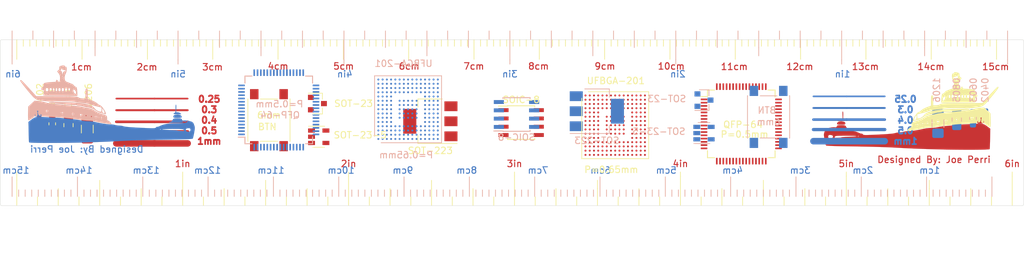
<source format=kicad_pcb>
(kicad_pcb (version 20171130) (host pcbnew "(5.1.6)-1")
  (layers (0 F.Cu signal) (31 B.Cu signal hide) (34 B.Paste user hide) (35 F.Paste user) (36 B.SilkS user hide) (37 F.SilkS user) (38 B.Mask user hide) (39 F.Mask user) (44 Edge.Cuts user))
  (net 0 "")
  (module Package_BGA:UFBGA-201_10x10mm_Layout15x15_P0.65mm (layer B.Cu) (at 208.7 125.4)
    (fp_text reference UFBGA-201 (at -0.7 -7) (layer B.SilkS) (effects (justify mirror)))
    (fp_text value UFBGA-201_10x10mm_Layout15x15_P0.65mm)
    (pad A1 smd circle (at -4.55 4.55) (size 0.3 0.3) (layers B.Cu B.Paste B.Mask))
    (pad A2 smd circle (at -3.9 4.55) (size 0.3 0.3) (layers B.Cu B.Paste B.Mask))
    (pad A3 smd circle (at -3.25 4.55) (size 0.3 0.3) (layers B.Cu B.Paste B.Mask))
    (pad A4 smd circle (at -2.6 4.55) (size 0.3 0.3) (layers B.Cu B.Paste B.Mask))
    (pad A5 smd circle (at -1.95 4.55) (size 0.3 0.3) (layers B.Cu B.Paste B.Mask))
    (pad A6 smd circle (at -1.3 4.55) (size 0.3 0.3) (layers B.Cu B.Paste B.Mask))
    (pad A7 smd circle (at -0.65 4.55) (size 0.3 0.3) (layers B.Cu B.Paste B.Mask))
    (pad A8 smd circle (at 0 4.55) (size 0.3 0.3) (layers B.Cu B.Paste B.Mask))
    (pad A9 smd circle (at 0.65 4.55) (size 0.3 0.3) (layers B.Cu B.Paste B.Mask))
    (pad A10 smd circle (at 1.3 4.55) (size 0.3 0.3) (layers B.Cu B.Paste B.Mask))
    (pad A11 smd circle (at 1.95 4.55) (size 0.3 0.3) (layers B.Cu B.Paste B.Mask))
    (pad A12 smd circle (at 2.6 4.55) (size 0.3 0.3) (layers B.Cu B.Paste B.Mask))
    (pad A13 smd circle (at 3.25 4.55) (size 0.3 0.3) (layers B.Cu B.Paste B.Mask))
    (pad A14 smd circle (at 3.9 4.55) (size 0.3 0.3) (layers B.Cu B.Paste B.Mask))
    (pad A15 smd circle (at 4.55 4.55) (size 0.3 0.3) (layers B.Cu B.Paste B.Mask))
    (pad B1 smd circle (at -4.55 3.9) (size 0.3 0.3) (layers B.Cu B.Paste B.Mask))
    (pad B2 smd circle (at -3.9 3.9) (size 0.3 0.3) (layers B.Cu B.Paste B.Mask))
    (pad B3 smd circle (at -3.25 3.9) (size 0.3 0.3) (layers B.Cu B.Paste B.Mask))
    (pad B4 smd circle (at -2.6 3.9) (size 0.3 0.3) (layers B.Cu B.Paste B.Mask))
    (pad B5 smd circle (at -1.95 3.9) (size 0.3 0.3) (layers B.Cu B.Paste B.Mask))
    (pad B6 smd circle (at -1.3 3.9) (size 0.3 0.3) (layers B.Cu B.Paste B.Mask))
    (pad B7 smd circle (at -0.65 3.9) (size 0.3 0.3) (layers B.Cu B.Paste B.Mask))
    (pad B8 smd circle (at 0 3.9) (size 0.3 0.3) (layers B.Cu B.Paste B.Mask))
    (pad B9 smd circle (at 0.65 3.9) (size 0.3 0.3) (layers B.Cu B.Paste B.Mask))
    (pad B10 smd circle (at 1.3 3.9) (size 0.3 0.3) (layers B.Cu B.Paste B.Mask))
    (pad B11 smd circle (at 1.95 3.9) (size 0.3 0.3) (layers B.Cu B.Paste B.Mask))
    (pad B12 smd circle (at 2.6 3.9) (size 0.3 0.3) (layers B.Cu B.Paste B.Mask))
    (pad B13 smd circle (at 3.25 3.9) (size 0.3 0.3) (layers B.Cu B.Paste B.Mask))
    (pad B14 smd circle (at 3.9 3.9) (size 0.3 0.3) (layers B.Cu B.Paste B.Mask))
    (pad B15 smd circle (at 4.55 3.9) (size 0.3 0.3) (layers B.Cu B.Paste B.Mask))
    (pad C1 smd circle (at -4.55 3.25) (size 0.3 0.3) (layers B.Cu B.Paste B.Mask))
    (pad C2 smd circle (at -3.9 3.25) (size 0.3 0.3) (layers B.Cu B.Paste B.Mask))
    (pad C3 smd circle (at -3.25 3.25) (size 0.3 0.3) (layers B.Cu B.Paste B.Mask))
    (pad C4 smd circle (at -2.6 3.25) (size 0.3 0.3) (layers B.Cu B.Paste B.Mask))
    (pad C5 smd circle (at -1.95 3.25) (size 0.3 0.3) (layers B.Cu B.Paste B.Mask))
    (pad C6 smd circle (at -1.3 3.25) (size 0.3 0.3) (layers B.Cu B.Paste B.Mask))
    (pad C7 smd circle (at -0.65 3.25) (size 0.3 0.3) (layers B.Cu B.Paste B.Mask))
    (pad C8 smd circle (at 0 3.25) (size 0.3 0.3) (layers B.Cu B.Paste B.Mask))
    (pad C9 smd circle (at 0.65 3.25) (size 0.3 0.3) (layers B.Cu B.Paste B.Mask))
    (pad C10 smd circle (at 1.3 3.25) (size 0.3 0.3) (layers B.Cu B.Paste B.Mask))
    (pad C11 smd circle (at 1.95 3.25) (size 0.3 0.3) (layers B.Cu B.Paste B.Mask))
    (pad C12 smd circle (at 2.6 3.25) (size 0.3 0.3) (layers B.Cu B.Paste B.Mask))
    (pad C13 smd circle (at 3.25 3.25) (size 0.3 0.3) (layers B.Cu B.Paste B.Mask))
    (pad C14 smd circle (at 3.9 3.25) (size 0.3 0.3) (layers B.Cu B.Paste B.Mask))
    (pad C15 smd circle (at 4.55 3.25) (size 0.3 0.3) (layers B.Cu B.Paste B.Mask))
    (pad D1 smd circle (at -4.55 2.6) (size 0.3 0.3) (layers B.Cu B.Paste B.Mask))
    (pad D2 smd circle (at -3.9 2.6) (size 0.3 0.3) (layers B.Cu B.Paste B.Mask))
    (pad D3 smd circle (at -3.25 2.6) (size 0.3 0.3) (layers B.Cu B.Paste B.Mask))
    (pad D4 smd circle (at -2.6 2.6) (size 0.3 0.3) (layers B.Cu B.Paste B.Mask))
    (pad D5 smd circle (at -1.95 2.6) (size 0.3 0.3) (layers B.Cu B.Paste B.Mask))
    (pad D6 smd circle (at -1.3 2.6) (size 0.3 0.3) (layers B.Cu B.Paste B.Mask))
    (pad D7 smd circle (at -0.65 2.6) (size 0.3 0.3) (layers B.Cu B.Paste B.Mask))
    (pad D8 smd circle (at 0 2.6) (size 0.3 0.3) (layers B.Cu B.Paste B.Mask))
    (pad D9 smd circle (at 0.65 2.6) (size 0.3 0.3) (layers B.Cu B.Paste B.Mask))
    (pad D10 smd circle (at 1.3 2.6) (size 0.3 0.3) (layers B.Cu B.Paste B.Mask))
    (pad D11 smd circle (at 1.95 2.6) (size 0.3 0.3) (layers B.Cu B.Paste B.Mask))
    (pad D12 smd circle (at 2.6 2.6) (size 0.3 0.3) (layers B.Cu B.Paste B.Mask))
    (pad D13 smd circle (at 3.25 2.6) (size 0.3 0.3) (layers B.Cu B.Paste B.Mask))
    (pad D14 smd circle (at 3.9 2.6) (size 0.3 0.3) (layers B.Cu B.Paste B.Mask))
    (pad D15 smd circle (at 4.55 2.6) (size 0.3 0.3) (layers B.Cu B.Paste B.Mask))
    (pad E1 smd circle (at -4.55 1.95) (size 0.3 0.3) (layers B.Cu B.Paste B.Mask))
    (pad E2 smd circle (at -3.9 1.95) (size 0.3 0.3) (layers B.Cu B.Paste B.Mask))
    (pad E3 smd circle (at -3.25 1.95) (size 0.3 0.3) (layers B.Cu B.Paste B.Mask))
    (pad E4 smd circle (at -2.6 1.95) (size 0.3 0.3) (layers B.Cu B.Paste B.Mask))
    (pad E12 smd circle (at 2.6 1.95) (size 0.3 0.3) (layers B.Cu B.Paste B.Mask))
    (pad E13 smd circle (at 3.25 1.95) (size 0.3 0.3) (layers B.Cu B.Paste B.Mask))
    (pad E14 smd circle (at 3.9 1.95) (size 0.3 0.3) (layers B.Cu B.Paste B.Mask))
    (pad E15 smd circle (at 4.55 1.95) (size 0.3 0.3) (layers B.Cu B.Paste B.Mask))
    (pad F1 smd circle (at -4.55 1.3) (size 0.3 0.3) (layers B.Cu B.Paste B.Mask))
    (pad F2 smd circle (at -3.9 1.3) (size 0.3 0.3) (layers B.Cu B.Paste B.Mask))
    (pad F3 smd circle (at -3.25 1.3) (size 0.3 0.3) (layers B.Cu B.Paste B.Mask))
    (pad F4 smd circle (at -2.6 1.3) (size 0.3 0.3) (layers B.Cu B.Paste B.Mask))
    (pad F6 smd circle (at -1.3 1.3) (size 0.3 0.3) (layers B.Cu B.Paste B.Mask))
    (pad F7 smd circle (at -0.65 1.3) (size 0.3 0.3) (layers B.Cu B.Paste B.Mask))
    (pad F8 smd circle (at 0 1.3) (size 0.3 0.3) (layers B.Cu B.Paste B.Mask))
    (pad F9 smd circle (at 0.65 1.3) (size 0.3 0.3) (layers B.Cu B.Paste B.Mask))
    (pad F10 smd circle (at 1.3 1.3) (size 0.3 0.3) (layers B.Cu B.Paste B.Mask))
    (pad F12 smd circle (at 2.6 1.3) (size 0.3 0.3) (layers B.Cu B.Paste B.Mask))
    (pad F13 smd circle (at 3.25 1.3) (size 0.3 0.3) (layers B.Cu B.Paste B.Mask))
    (pad F14 smd circle (at 3.9 1.3) (size 0.3 0.3) (layers B.Cu B.Paste B.Mask))
    (pad F15 smd circle (at 4.55 1.3) (size 0.3 0.3) (layers B.Cu B.Paste B.Mask))
    (pad G1 smd circle (at -4.55 0.65) (size 0.3 0.3) (layers B.Cu B.Paste B.Mask))
    (pad G2 smd circle (at -3.9 0.65) (size 0.3 0.3) (layers B.Cu B.Paste B.Mask))
    (pad G3 smd circle (at -3.25 0.65) (size 0.3 0.3) (layers B.Cu B.Paste B.Mask))
    (pad G4 smd circle (at -2.6 0.65) (size 0.3 0.3) (layers B.Cu B.Paste B.Mask))
    (pad G6 smd circle (at -1.3 0.65) (size 0.3 0.3) (layers B.Cu B.Paste B.Mask))
    (pad G7 smd circle (at -0.65 0.65) (size 0.3 0.3) (layers B.Cu B.Paste B.Mask))
    (pad G8 smd circle (at 0 0.65) (size 0.3 0.3) (layers B.Cu B.Paste B.Mask))
    (pad G9 smd circle (at 0.65 0.65) (size 0.3 0.3) (layers B.Cu B.Paste B.Mask))
    (pad G10 smd circle (at 1.3 0.65) (size 0.3 0.3) (layers B.Cu B.Paste B.Mask))
    (pad G12 smd circle (at 2.6 0.65) (size 0.3 0.3) (layers B.Cu B.Paste B.Mask))
    (pad G13 smd circle (at 3.25 0.65) (size 0.3 0.3) (layers B.Cu B.Paste B.Mask))
    (pad G14 smd circle (at 3.9 0.65) (size 0.3 0.3) (layers B.Cu B.Paste B.Mask))
    (pad G15 smd circle (at 4.55 0.65) (size 0.3 0.3) (layers B.Cu B.Paste B.Mask))
    (pad H1 smd circle (at -4.55 0) (size 0.3 0.3) (layers B.Cu B.Paste B.Mask))
    (pad H2 smd circle (at -3.9 0) (size 0.3 0.3) (layers B.Cu B.Paste B.Mask))
    (pad H3 smd circle (at -3.25 0) (size 0.3 0.3) (layers B.Cu B.Paste B.Mask))
    (pad H4 smd circle (at -2.6 0) (size 0.3 0.3) (layers B.Cu B.Paste B.Mask))
    (pad H6 smd circle (at -1.3 0) (size 0.3 0.3) (layers B.Cu B.Paste B.Mask))
    (pad H7 smd circle (at -0.65 0) (size 0.3 0.3) (layers B.Cu B.Paste B.Mask))
    (pad H8 smd circle (at 0 0) (size 0.3 0.3) (layers B.Cu B.Paste B.Mask))
    (pad H9 smd circle (at 0.65 0) (size 0.3 0.3) (layers B.Cu B.Paste B.Mask))
    (pad H10 smd circle (at 1.3 0) (size 0.3 0.3) (layers B.Cu B.Paste B.Mask))
    (pad H12 smd circle (at 2.6 0) (size 0.3 0.3) (layers B.Cu B.Paste B.Mask))
    (pad H13 smd circle (at 3.25 0) (size 0.3 0.3) (layers B.Cu B.Paste B.Mask))
    (pad H14 smd circle (at 3.9 0) (size 0.3 0.3) (layers B.Cu B.Paste B.Mask))
    (pad H15 smd circle (at 4.55 0) (size 0.3 0.3) (layers B.Cu B.Paste B.Mask))
    (pad J1 smd circle (at -4.55 -0.65) (size 0.3 0.3) (layers B.Cu B.Paste B.Mask))
    (pad J2 smd circle (at -3.9 -0.65) (size 0.3 0.3) (layers B.Cu B.Paste B.Mask))
    (pad J3 smd circle (at -3.25 -0.65) (size 0.3 0.3) (layers B.Cu B.Paste B.Mask))
    (pad J4 smd circle (at -2.6 -0.65) (size 0.3 0.3) (layers B.Cu B.Paste B.Mask))
    (pad J6 smd circle (at -1.3 -0.65) (size 0.3 0.3) (layers B.Cu B.Paste B.Mask))
    (pad J7 smd circle (at -0.65 -0.65) (size 0.3 0.3) (layers B.Cu B.Paste B.Mask))
    (pad J8 smd circle (at 0 -0.65) (size 0.3 0.3) (layers B.Cu B.Paste B.Mask))
    (pad J9 smd circle (at 0.65 -0.65) (size 0.3 0.3) (layers B.Cu B.Paste B.Mask))
    (pad J10 smd circle (at 1.3 -0.65) (size 0.3 0.3) (layers B.Cu B.Paste B.Mask))
    (pad J12 smd circle (at 2.6 -0.65) (size 0.3 0.3) (layers B.Cu B.Paste B.Mask))
    (pad J13 smd circle (at 3.25 -0.65) (size 0.3 0.3) (layers B.Cu B.Paste B.Mask))
    (pad J14 smd circle (at 3.9 -0.65) (size 0.3 0.3) (layers B.Cu B.Paste B.Mask))
    (pad J15 smd circle (at 4.55 -0.65) (size 0.3 0.3) (layers B.Cu B.Paste B.Mask))
    (pad K1 smd circle (at -4.55 -1.3) (size 0.3 0.3) (layers B.Cu B.Paste B.Mask))
    (pad K2 smd circle (at -3.9 -1.3) (size 0.3 0.3) (layers B.Cu B.Paste B.Mask))
    (pad K3 smd circle (at -3.25 -1.3) (size 0.3 0.3) (layers B.Cu B.Paste B.Mask))
    (pad K4 smd circle (at -2.6 -1.3) (size 0.3 0.3) (layers B.Cu B.Paste B.Mask))
    (pad K6 smd circle (at -1.3 -1.3) (size 0.3 0.3) (layers B.Cu B.Paste B.Mask))
    (pad K7 smd circle (at -0.65 -1.3) (size 0.3 0.3) (layers B.Cu B.Paste B.Mask))
    (pad K8 smd circle (at 0 -1.3) (size 0.3 0.3) (layers B.Cu B.Paste B.Mask))
    (pad K9 smd circle (at 0.65 -1.3) (size 0.3 0.3) (layers B.Cu B.Paste B.Mask))
    (pad K10 smd circle (at 1.3 -1.3) (size 0.3 0.3) (layers B.Cu B.Paste B.Mask))
    (pad K12 smd circle (at 2.6 -1.3) (size 0.3 0.3) (layers B.Cu B.Paste B.Mask))
    (pad K13 smd circle (at 3.25 -1.3) (size 0.3 0.3) (layers B.Cu B.Paste B.Mask))
    (pad K14 smd circle (at 3.9 -1.3) (size 0.3 0.3) (layers B.Cu B.Paste B.Mask))
    (pad K15 smd circle (at 4.55 -1.3) (size 0.3 0.3) (layers B.Cu B.Paste B.Mask))
    (pad L1 smd circle (at -4.55 -1.95) (size 0.3 0.3) (layers B.Cu B.Paste B.Mask))
    (pad L2 smd circle (at -3.9 -1.95) (size 0.3 0.3) (layers B.Cu B.Paste B.Mask))
    (pad L3 smd circle (at -3.25 -1.95) (size 0.3 0.3) (layers B.Cu B.Paste B.Mask))
    (pad L4 smd circle (at -2.6 -1.95) (size 0.3 0.3) (layers B.Cu B.Paste B.Mask))
    (pad L12 smd circle (at 2.6 -1.95) (size 0.3 0.3) (layers B.Cu B.Paste B.Mask))
    (pad L13 smd circle (at 3.25 -1.95) (size 0.3 0.3) (layers B.Cu B.Paste B.Mask))
    (pad L14 smd circle (at 3.9 -1.95) (size 0.3 0.3) (layers B.Cu B.Paste B.Mask))
    (pad L15 smd circle (at 4.55 -1.95) (size 0.3 0.3) (layers B.Cu B.Paste B.Mask))
    (pad M1 smd circle (at -4.55 -2.6) (size 0.3 0.3) (layers B.Cu B.Paste B.Mask))
    (pad M2 smd circle (at -3.9 -2.6) (size 0.3 0.3) (layers B.Cu B.Paste B.Mask))
    (pad M3 smd circle (at -3.25 -2.6) (size 0.3 0.3) (layers B.Cu B.Paste B.Mask))
    (pad M4 smd circle (at -2.6 -2.6) (size 0.3 0.3) (layers B.Cu B.Paste B.Mask))
    (pad M5 smd circle (at -1.95 -2.6) (size 0.3 0.3) (layers B.Cu B.Paste B.Mask))
    (pad M6 smd circle (at -1.3 -2.6) (size 0.3 0.3) (layers B.Cu B.Paste B.Mask))
    (pad M7 smd circle (at -0.65 -2.6) (size 0.3 0.3) (layers B.Cu B.Paste B.Mask))
    (pad M8 smd circle (at 0 -2.6) (size 0.3 0.3) (layers B.Cu B.Paste B.Mask))
    (pad M9 smd circle (at 0.65 -2.6) (size 0.3 0.3) (layers B.Cu B.Paste B.Mask))
    (pad M10 smd circle (at 1.3 -2.6) (size 0.3 0.3) (layers B.Cu B.Paste B.Mask))
    (pad M11 smd circle (at 1.95 -2.6) (size 0.3 0.3) (layers B.Cu B.Paste B.Mask))
    (pad M12 smd circle (at 2.6 -2.6) (size 0.3 0.3) (layers B.Cu B.Paste B.Mask))
    (pad M13 smd circle (at 3.25 -2.6) (size 0.3 0.3) (layers B.Cu B.Paste B.Mask))
    (pad M14 smd circle (at 3.9 -2.6) (size 0.3 0.3) (layers B.Cu B.Paste B.Mask))
    (pad M15 smd circle (at 4.55 -2.6) (size 0.3 0.3) (layers B.Cu B.Paste B.Mask))
    (pad N1 smd circle (at -4.55 -3.25) (size 0.3 0.3) (layers B.Cu B.Paste B.Mask))
    (pad N2 smd circle (at -3.9 -3.25) (size 0.3 0.3) (layers B.Cu B.Paste B.Mask))
    (pad N3 smd circle (at -3.25 -3.25) (size 0.3 0.3) (layers B.Cu B.Paste B.Mask))
    (pad N4 smd circle (at -2.6 -3.25) (size 0.3 0.3) (layers B.Cu B.Paste B.Mask))
    (pad N5 smd circle (at -1.95 -3.25) (size 0.3 0.3) (layers B.Cu B.Paste B.Mask))
    (pad N6 smd circle (at -1.3 -3.25) (size 0.3 0.3) (layers B.Cu B.Paste B.Mask))
    (pad N7 smd circle (at -0.65 -3.25) (size 0.3 0.3) (layers B.Cu B.Paste B.Mask))
    (pad N8 smd circle (at 0 -3.25) (size 0.3 0.3) (layers B.Cu B.Paste B.Mask))
    (pad N9 smd circle (at 0.65 -3.25) (size 0.3 0.3) (layers B.Cu B.Paste B.Mask))
    (pad N10 smd circle (at 1.3 -3.25) (size 0.3 0.3) (layers B.Cu B.Paste B.Mask))
    (pad N11 smd circle (at 1.95 -3.25) (size 0.3 0.3) (layers B.Cu B.Paste B.Mask))
    (pad N12 smd circle (at 2.6 -3.25) (size 0.3 0.3) (layers B.Cu B.Paste B.Mask))
    (pad N13 smd circle (at 3.25 -3.25) (size 0.3 0.3) (layers B.Cu B.Paste B.Mask))
    (pad N14 smd circle (at 3.9 -3.25) (size 0.3 0.3) (layers B.Cu B.Paste B.Mask))
    (pad N15 smd circle (at 4.55 -3.25) (size 0.3 0.3) (layers B.Cu B.Paste B.Mask))
    (pad P1 smd circle (at -4.55 -3.9) (size 0.3 0.3) (layers B.Cu B.Paste B.Mask))
    (pad P2 smd circle (at -3.9 -3.9) (size 0.3 0.3) (layers B.Cu B.Paste B.Mask))
    (pad P3 smd circle (at -3.25 -3.9) (size 0.3 0.3) (layers B.Cu B.Paste B.Mask))
    (pad P4 smd circle (at -2.6 -3.9) (size 0.3 0.3) (layers B.Cu B.Paste B.Mask))
    (pad P5 smd circle (at -1.95 -3.9) (size 0.3 0.3) (layers B.Cu B.Paste B.Mask))
    (pad P6 smd circle (at -1.3 -3.9) (size 0.3 0.3) (layers B.Cu B.Paste B.Mask))
    (pad P7 smd circle (at -0.65 -3.9) (size 0.3 0.3) (layers B.Cu B.Paste B.Mask))
    (pad P8 smd circle (at 0 -3.9) (size 0.3 0.3) (layers B.Cu B.Paste B.Mask))
    (pad P9 smd circle (at 0.65 -3.9) (size 0.3 0.3) (layers B.Cu B.Paste B.Mask))
    (pad P10 smd circle (at 1.3 -3.9) (size 0.3 0.3) (layers B.Cu B.Paste B.Mask))
    (pad P11 smd circle (at 1.95 -3.9) (size 0.3 0.3) (layers B.Cu B.Paste B.Mask))
    (pad P12 smd circle (at 2.6 -3.9) (size 0.3 0.3) (layers B.Cu B.Paste B.Mask))
    (pad P13 smd circle (at 3.25 -3.9) (size 0.3 0.3) (layers B.Cu B.Paste B.Mask))
    (pad P14 smd circle (at 3.9 -3.9) (size 0.3 0.3) (layers B.Cu B.Paste B.Mask))
    (pad P15 smd circle (at 4.55 -3.9) (size 0.3 0.3) (layers B.Cu B.Paste B.Mask))
    (pad R1 smd circle (at -4.55 -4.55) (size 0.3 0.3) (layers B.Cu B.Paste B.Mask))
    (pad R2 smd circle (at -3.9 -4.55) (size 0.3 0.3) (layers B.Cu B.Paste B.Mask))
    (pad R3 smd circle (at -3.25 -4.55) (size 0.3 0.3) (layers B.Cu B.Paste B.Mask))
    (pad R4 smd circle (at -2.6 -4.55) (size 0.3 0.3) (layers B.Cu B.Paste B.Mask))
    (pad R5 smd circle (at -1.95 -4.55) (size 0.3 0.3) (layers B.Cu B.Paste B.Mask))
    (pad R6 smd circle (at -1.3 -4.55) (size 0.3 0.3) (layers B.Cu B.Paste B.Mask))
    (pad R7 smd circle (at -0.65 -4.55) (size 0.3 0.3) (layers B.Cu B.Paste B.Mask))
    (pad R8 smd circle (at 0 -4.55) (size 0.3 0.3) (layers B.Cu B.Paste B.Mask))
    (pad R9 smd circle (at 0.65 -4.55) (size 0.3 0.3) (layers B.Cu B.Paste B.Mask))
    (pad R10 smd circle (at 1.3 -4.55) (size 0.3 0.3) (layers B.Cu B.Paste B.Mask))
    (pad R11 smd circle (at 1.95 -4.55) (size 0.3 0.3) (layers B.Cu B.Paste B.Mask))
    (pad R12 smd circle (at 2.6 -4.55) (size 0.3 0.3) (layers B.Cu B.Paste B.Mask))
    (pad R13 smd circle (at 3.25 -4.55) (size 0.3 0.3) (layers B.Cu B.Paste B.Mask))
    (pad R14 smd circle (at 3.9 -4.55) (size 0.3 0.3) (layers B.Cu B.Paste B.Mask))
    (pad R15 smd circle (at 4.55 -4.55) (size 0.3 0.3) (layers B.Cu B.Paste B.Mask))
  )
  (module PCBRuler:boat (layer B.Cu) (at 162.7 124.6 180)
    (fp_text reference G*** hide)
    (fp_text value LOGO hide)
    (fp_poly (pts (xy 10.698884 -1.966121) (xy 10.976086 -2.006701) (xy 11.219608 -2.098675) (xy 11.474395 -2.253624) (xy 11.785392 -2.483129) (xy 11.794939 -2.49043) (xy 12.11751 -2.737193) (xy 12.091255 -4.28275) (xy 12.080691 -4.776611) (xy 12.067292 -5.209564) (xy 12.052247 -5.554163) (xy 12.036742 -5.782963) (xy 12.022667 -5.868068) (xy 11.911826 -5.893011) (xy 11.646077 -5.914062) (xy 11.2398 -5.931116) (xy 10.70738 -5.944069) (xy 10.063196 -5.952817) (xy 9.321632 -5.957255) (xy 8.497069 -5.95728) (xy 7.60389 -5.952787) (xy 6.656477 -5.943671) (xy 5.669211 -5.929829) (xy 5.037667 -5.918719) (xy 4.107027 -5.898139) (xy 3.115958 -5.871027) (xy 2.101304 -5.838732) (xy 1.099911 -5.802601) (xy 0.148625 -5.763982) (xy -0.715708 -5.724224) (xy -1.456243 -5.684676) (xy -1.608667 -5.675536) (xy -2.536834 -5.624983) (xy -3.604339 -5.578328) (xy -4.78121 -5.53653) (xy -6.037477 -5.500549) (xy -7.34317 -5.471344) (xy -8.657148 -5.450018) (xy -9.750268 -5.434183) (xy -10.678387 -5.417416) (xy -11.445836 -5.39957) (xy -12.056945 -5.380496) (xy -12.516045 -5.360047) (xy -12.827467 -5.338074) (xy -12.995542 -5.314429) (xy -13.028695 -5.300364) (xy -13.075153 -5.180463) (xy -13.138449 -4.935253) (xy -13.208423 -4.606594) (xy -13.246624 -4.402347) (xy -13.311399 -4.023403) (xy -13.322736 -3.931947) (xy -12.7 -3.931947) (xy -12.673235 -4.118811) (xy -12.565529 -4.20863) (xy -12.335762 -4.23323) (xy -12.310595 -4.233333) (xy -12.09025 -4.19797) (xy -11.984941 -4.077613) (xy -11.983233 -4.072582) (xy -11.72441 -4.072582) (xy -11.697638 -4.12163) (xy -11.573366 -4.138591) (xy -11.320179 -4.133527) (xy -11.222434 -4.129554) (xy -10.940942 -4.111865) (xy -10.741284 -4.088061) (xy -10.667718 -4.064) (xy -10.590162 -4.04017) (xy -10.386964 -4.01811) (xy -10.101786 -4.002531) (xy -10.096195 -4.00234) (xy -9.511287 -3.980946) (xy 8.212667 -3.980946) (xy 8.230491 -4.294719) (xy 8.281026 -4.463762) (xy 8.35986 -4.47929) (xy 8.424333 -4.402667) (xy 8.529395 -4.360411) (xy 8.755457 -4.330065) (xy 9.054275 -4.318012) (xy 9.06433 -4.318) (xy 9.39021 -4.3121) (xy 9.574726 -4.271399) (xy 9.645773 -4.161393) (xy 9.631244 -3.947579) (xy 9.577693 -3.683) (xy 9.535108 -3.536759) (xy 9.456706 -3.458862) (xy 9.295653 -3.424885) (xy 9.058543 -3.412287) (xy 8.674578 -3.404078) (xy 8.42885 -3.426572) (xy 8.290559 -3.500476) (xy 8.228902 -3.646495) (xy 8.21308 -3.885336) (xy 8.212667 -3.980946) (xy -9.511287 -3.980946) (xy -9.484767 -3.979976) (xy -9.024239 -3.958864) (xy -8.969914 -3.955348) (xy -8.204082 -3.955348) (xy -8.119245 -3.937584) (xy -8.103182 -3.931556) (xy -7.999504 -3.864484) (xy -7.99876 -3.826351) (xy -8.088325 -3.835848) (xy -8.150578 -3.88416) (xy -8.204082 -3.955348) (xy -8.969914 -3.955348) (xy -8.696199 -3.937633) (xy -8.482232 -3.914908) (xy -8.363927 -3.889316) (xy -8.329708 -3.870597) (xy -8.39097 -3.852087) (xy -8.597207 -3.83586) (xy -8.924066 -3.822837) (xy -9.347195 -3.813938) (xy -9.842241 -3.810086) (xy -9.931243 -3.81) (xy -10.502 -3.810846) (xy -10.926716 -3.8149) (xy -11.228678 -3.824439) (xy -11.431177 -3.841737) (xy -11.557501 -3.869072) (xy -11.63094 -3.908719) (xy -11.674782 -3.962954) (xy -11.6851 -3.981388) (xy -11.72441 -4.072582) (xy -11.983233 -4.072582) (xy -11.980574 -4.064757) (xy -11.960254 -3.870358) (xy -12.068637 -3.754826) (xy -12.248883 -3.70183) (xy -12.519815 -3.687573) (xy -12.665417 -3.778144) (xy -12.7 -3.931947) (xy -13.322736 -3.931947) (xy -13.343788 -3.76213) (xy -13.343264 -3.569887) (xy -13.309302 -3.398036) (xy -13.241375 -3.197938) (xy -13.233366 -3.17631) (xy -13.142596 -2.949259) (xy -13.066576 -2.836333) (xy -13.038667 -2.836333) (xy -12.996333 -2.878667) (xy -12.954 -2.836333) (xy -12.996333 -2.794) (xy -13.038667 -2.836333) (xy -13.066576 -2.836333) (xy -13.049611 -2.811132) (xy -12.906695 -2.72349) (xy -12.666132 -2.647894) (xy -12.534101 -2.612999) (xy -12.202849 -2.544886) (xy -11.892686 -2.511827) (xy -11.705821 -2.517396) (xy -11.504324 -2.532093) (xy -11.407167 -2.47229) (xy -11.372967 -2.382527) (xy -11.332775 -2.28879) (xy -11.247596 -2.234331) (xy -11.078853 -2.208711) (xy -10.787967 -2.20149) (xy -10.703438 -2.201333) (xy -10.377039 -2.206528) (xy -10.177741 -2.229525) (xy -10.063443 -2.281445) (xy -9.992045 -2.373407) (xy -9.982177 -2.391833) (xy -9.902035 -2.541057) (xy -9.828294 -2.624326) (xy -9.703577 -2.685876) (xy -9.510133 -2.755761) (xy -9.396936 -2.800108) (xy -9.358606 -2.831549) (xy -9.4132 -2.852399) (xy -9.578776 -2.864971) (xy -9.873391 -2.87158) (xy -10.315103 -2.87454) (xy -10.440164 -2.87495) (xy -10.985887 -2.871294) (xy -11.365763 -2.856446) (xy -11.582922 -2.830186) (xy -11.640496 -2.792293) (xy -11.639538 -2.790556) (xy -11.524608 -2.738853) (xy -11.401708 -2.748669) (xy -11.284169 -2.774515) (xy -11.312992 -2.747691) (xy -11.415771 -2.693746) (xy -11.610495 -2.635008) (xy -11.775604 -2.694017) (xy -11.905172 -2.74488) (xy -11.938 -2.710051) (xy -12.008906 -2.64068) (xy -12.107333 -2.624667) (xy -12.255269 -2.64867) (xy -12.253518 -2.710406) (xy -12.113173 -2.794467) (xy -11.939334 -2.858052) (xy -11.70379 -2.90266) (xy -11.335559 -2.93674) (xy -10.871099 -2.957716) (xy -10.448721 -2.963333) (xy -9.693955 -2.98286) (xy -9.072137 -3.045113) (xy -8.551025 -3.155597) (xy -8.098374 -3.319819) (xy -7.953062 -3.389526) (xy -7.745959 -3.475491) (xy -7.604087 -3.498584) (xy -7.581228 -3.489005) (xy -7.493306 -3.500245) (xy -7.406599 -3.586387) (xy -7.365476 -3.633049) (xy -7.305863 -3.668065) (xy -7.207949 -3.691858) (xy -7.051923 -3.704855) (xy -6.817973 -3.707478) (xy -6.486288 -3.700152) (xy -6.037058 -3.683301) (xy -5.450471 -3.65735) (xy -5.021688 -3.637463) (xy -4.203369 -3.595021) (xy -3.533216 -3.551212) (xy -3.016538 -3.506495) (xy -2.658642 -3.461329) (xy -2.46616 -3.416709) (xy -2.199666 -3.345377) (xy -1.877105 -3.305229) (xy -1.773172 -3.302) (xy -1.472175 -3.281757) (xy -1.201354 -3.230928) (xy -1.127345 -3.206705) (xy -0.889723 -3.149911) (xy -0.59156 -3.125859) (xy -0.508075 -3.127031) (xy -0.217814 -3.116801) (xy 0.192495 -3.073) (xy 0.678459 -3.00247) (xy 1.195685 -2.912049) (xy 1.69978 -2.808578) (xy 1.967222 -2.745635) (xy 2.326543 -2.679571) (xy 2.745901 -2.635633) (xy 3.028933 -2.624667) (xy 3.416886 -2.605772) (xy 3.819304 -2.556957) (xy 4.067378 -2.507842) (xy 4.389518 -2.442954) (xy 4.794664 -2.383944) (xy 5.196617 -2.343312) (xy 5.207 -2.34256) (xy 5.630568 -2.306626) (xy 6.123972 -2.256464) (xy 6.589462 -2.202106) (xy 6.646333 -2.194798) (xy 7.108931 -2.144306) (xy 7.621722 -2.103308) (xy 8.082034 -2.079854) (xy 8.128 -2.078621) (xy 8.521367 -2.065263) (xy 9.011616 -2.042608) (xy 9.526786 -2.014212) (xy 9.863667 -1.992827) (xy 10.343059 -1.965357) (xy 10.698884 -1.966121)) (layer B.Cu) (width 0.01))
    (fp_poly (pts (xy -10.339917 -1.661583) (xy -10.147494 -1.730314) (xy -10.078636 -1.857659) (xy -10.075333 -1.915583) (xy -10.084579 -2.017915) (xy -10.136058 -2.077907) (xy -10.265386 -2.106837) (xy -10.508176 -2.115983) (xy -10.710333 -2.116667) (xy -11.049153 -2.109326) (xy -11.247741 -2.083671) (xy -11.334709 -2.034252) (xy -11.345333 -1.995714) (xy -11.272107 -1.787798) (xy -11.064465 -1.659543) (xy -10.740467 -1.61695) (xy -10.339917 -1.661583)) (layer B.Cu) (width 0.01))
    (fp_poly (pts (xy -10.436059 -0.119052) (xy -10.407559 -0.230489) (xy -10.395491 -0.458716) (xy -10.40108 -0.718915) (xy -10.409796 -1.019278) (xy -10.389995 -1.196869) (xy -10.330913 -1.297319) (xy -10.252021 -1.350731) (xy -10.107511 -1.447747) (xy -10.105712 -1.513275) (xy -10.254494 -1.551403) (xy -10.561727 -1.56622) (xy -10.667891 -1.566758) (xy -10.960035 -1.564571) (xy -11.171722 -1.559213) (xy -11.260096 -1.55181) (xy -11.260558 -1.551214) (xy -11.189639 -1.447062) (xy -11.02037 -1.34382) (xy -10.81998 -1.277851) (xy -10.74063 -1.27) (xy -10.486689 -1.27) (xy -10.499612 -0.783167) (xy -10.507031 -0.427264) (xy -10.504399 -0.213149) (xy -10.489094 -0.113436) (xy -10.458496 -0.100742) (xy -10.436059 -0.119052)) (layer B.Cu) (width 0.01))
    (fp_poly (pts (xy 11.13 -1.42) (xy 11.17 -1.58) (xy 11.13 -1.71) (xy 11.08 -1.8) (xy 10.99 -1.85) (xy 10.83 -1.88) (xy 10.68 -1.89) (xy 10.49 -1.89) (xy 10.39 -1.9) (xy 10.33 -1.89) (xy 10.25 -1.87) (xy 10.17 -1.84) (xy 10.12 -1.82) (xy 10.09 -1.79) (xy 10.1 -1.81) (xy 10.09 -1.8) (xy 10.03 -1.62) (xy 10.1 -0.93) (xy 10.93 -0.8)) (layer B.Cu) (width 0.1))
    (fp_poly (pts (xy 9.78 -4.78) (xy 8.06 -4.72) (xy 8.04 -3.3) (xy 8.05 -3.29) (xy 8.06 -3.29) (xy 9.82 -3.23)) (layer B.Cu) (width 0.1))
  )
  (module Capacitor_SMD:C_0603_1608Metric_Pad1.05x0.95mm_HandSolder (layer B.Cu) (at 295.183667 126.792 90)
    (fp_text reference 0603 (at 4.32 0.062 270) (layer B.SilkS) (effects (justify mirror)))
    (fp_text value C_0603_1608Metric_Pad1.05x0.95mm_HandSolder)
    (pad 1 smd roundrect (at -0.875 0 90) (size 1.05 0.95) (layers B.Cu B.Paste B.Mask))
    (pad 2 smd roundrect (at 0.875 0 90) (size 1.05 0.95) (layers B.Cu B.Paste B.Mask))
  )
  (module Capacitor_SMD:C_0402_1005Metric (layer B.Cu) (at 297.189 126.072 90)
    (fp_text reference 0402 (at 3.6 -0.148 270) (layer B.SilkS) (effects (justify mirror)))
    (fp_text value C_0402_1005Metric)
    (pad 1 smd roundrect (at -0.485 0 90) (size 0.59 0.64) (layers B.Cu B.Paste B.Mask))
    (pad 2 smd roundrect (at 0.485 0 90) (size 0.59 0.64) (layers B.Cu B.Paste B.Mask))
  )
  (module Capacitor_SMD:C_0805_2012Metric_Pad1.15x1.40mm_HandSolder (layer B.Cu) (at 292.698334 126.992 90)
    (fp_text reference 0805 (at 4.52 -0.01 270) (layer B.SilkS) (effects (justify mirror)))
    (fp_text value C_0805_2012Metric_Pad1.15x1.40mm_HandSolder)
    (pad 1 smd roundrect (at -1.025 0 90) (size 1.15 1.4) (layers B.Cu B.Paste B.Mask) (roundrect_rratio 0.217391))
    (pad 2 smd roundrect (at 1.025 0 90) (size 1.15 1.4) (layers B.Cu B.Paste B.Mask) (roundrect_rratio 0.217391))
  )
  (module Capacitor_SMD:C_1206_3216Metric_Pad1.42x1.75mm_HandSolder (layer B.Cu) (at 289.823 127.592 90)
    (fp_text reference 1206 (at 5.12 -0.2 270) (layer B.SilkS) (effects (justify mirror)))
    (fp_text value C_1206_3216Metric_Pad1.42x1.75mm_HandSolder)
    (pad 1 smd roundrect (at -1.4875 0 90) (size 1.425 1.75) (layers B.Cu B.Paste B.Mask) (roundrect_rratio 0.175439))
    (pad 2 smd roundrect (at 1.4875 0 90) (size 1.425 1.75) (layers B.Cu B.Paste B.Mask) (roundrect_rratio 0.175439))
  )
  (module Button_Switch_SMD:SW_SPST_PTS645 (layer B.Cu) (at 263.89 126.57 270)
    (fp_text reference 6mm (at 0.762 0 180) (layer B.SilkS) (effects (justify mirror)))
    (fp_text value SW_SPST_PTS645)
    (pad 2 smd rect (at -3.98 -2.25 270) (size 1.55 1.3) (layers B.Cu B.Paste B.Mask))
    (pad 1 smd rect (at -3.98 2.25 270) (size 1.55 1.3) (layers B.Cu B.Paste B.Mask))
    (pad 1 smd rect (at 3.98 2.25 270) (size 1.55 1.3) (layers B.Cu B.Paste B.Mask))
    (pad 2 smd rect (at 3.98 -2.25 270) (size 1.55 1.3) (layers B.Cu B.Paste B.Mask))
  )
  (module Package_SO:SOIC-8_3.9x4.9mm_P1.27mm (layer B.Cu) (at 225.3 126.2)
    (fp_text reference SOIC-8 (at 0 3.5) (layer B.SilkS) (effects (justify mirror)))
    (fp_text value SOIC-8_3.9x4.9mm_P1.27mm)
    (pad 1 smd rect (at -2.7 1.905) (size 1.55 0.6) (layers B.Cu B.Paste B.Mask))
    (pad 2 smd rect (at -2.7 0.635) (size 1.55 0.6) (layers B.Cu B.Paste B.Mask))
    (pad 3 smd rect (at -2.7 -0.635) (size 1.55 0.6) (layers B.Cu B.Paste B.Mask))
    (pad 4 smd rect (at -2.7 -1.905) (size 1.55 0.6) (layers B.Cu B.Paste B.Mask))
    (pad 5 smd rect (at 2.7 -1.905) (size 1.55 0.6) (layers B.Cu B.Paste B.Mask))
    (pad 6 smd rect (at 2.7 -0.635) (size 1.55 0.6) (layers B.Cu B.Paste B.Mask))
    (pad 7 smd rect (at 2.7 0.635) (size 1.55 0.6) (layers B.Cu B.Paste B.Mask))
    (pad 8 smd rect (at 2.7 1.905) (size 1.55 0.6) (layers B.Cu B.Paste B.Mask))
  )
  (module Package_TO_SOT_SMD:SOT-23 (layer B.Cu) (at 254 124)
    (fp_text reference SOT-23 (at -5.7 -0.2) (layer B.SilkS) (effects (justify mirror)))
    (fp_text value SOT-23)
    (pad 1 smd rect (at -1 0.95) (size 0.9 0.8) (layers B.Cu B.Paste B.Mask))
    (pad 2 smd rect (at -1 -0.95) (size 0.9 0.8) (layers B.Cu B.Paste B.Mask))
    (pad 3 smd rect (at 1 0) (size 0.9 0.8) (layers B.Cu B.Paste B.Mask))
  )
  (module Package_TO_SOT_SMD:SOT-223 (layer B.Cu) (at 237.6 125.7)
    (fp_text reference SOT-223 (at 0 4.5) (layer B.SilkS) (effects (justify mirror)))
    (fp_text value SOT-223)
    (pad 1 smd rect (at -3.15 2.3) (size 2 1.5) (layers B.Cu B.Paste B.Mask))
    (pad 3 smd rect (at -3.15 -2.3) (size 2 1.5) (layers B.Cu B.Paste B.Mask))
    (pad 2 smd rect (at -3.15 0) (size 2 1.5) (layers B.Cu B.Paste B.Mask))
    (pad 4 smd rect (at 3.15 0) (size 2 3.8) (layers B.Cu B.Paste B.Mask))
  )
  (module Package_QFP:LQFP-64_10x10mm_P0.5mm (layer B.Cu) (at 188.9 125.5)
    (fp_text reference QFP-64 (at 0.2 0.8) (layer B.SilkS) (effects (justify mirror)))
    (fp_text value LQFP-64_10x10mm_P0.5mm)
    (pad 64 smd rect (at -3.75 5.7 270) (size 1 0.25) (layers B.Cu B.Paste B.Mask))
    (pad 63 smd rect (at -3.25 5.7 270) (size 1 0.25) (layers B.Cu B.Paste B.Mask))
    (pad 62 smd rect (at -2.75 5.7 270) (size 1 0.25) (layers B.Cu B.Paste B.Mask))
    (pad 61 smd rect (at -2.25 5.7 270) (size 1 0.25) (layers B.Cu B.Paste B.Mask))
    (pad 60 smd rect (at -1.75 5.7 270) (size 1 0.25) (layers B.Cu B.Paste B.Mask))
    (pad 59 smd rect (at -1.25 5.7 270) (size 1 0.25) (layers B.Cu B.Paste B.Mask))
    (pad 58 smd rect (at -0.75 5.7 270) (size 1 0.25) (layers B.Cu B.Paste B.Mask))
    (pad 57 smd rect (at -0.25 5.7 270) (size 1 0.25) (layers B.Cu B.Paste B.Mask))
    (pad 56 smd rect (at 0.25 5.7 270) (size 1 0.25) (layers B.Cu B.Paste B.Mask))
    (pad 55 smd rect (at 0.75 5.7 270) (size 1 0.25) (layers B.Cu B.Paste B.Mask))
    (pad 54 smd rect (at 1.25 5.7 270) (size 1 0.25) (layers B.Cu B.Paste B.Mask))
    (pad 53 smd rect (at 1.75 5.7 270) (size 1 0.25) (layers B.Cu B.Paste B.Mask))
    (pad 52 smd rect (at 2.25 5.7 270) (size 1 0.25) (layers B.Cu B.Paste B.Mask))
    (pad 51 smd rect (at 2.75 5.7 270) (size 1 0.25) (layers B.Cu B.Paste B.Mask))
    (pad 50 smd rect (at 3.25 5.7 270) (size 1 0.25) (layers B.Cu B.Paste B.Mask))
    (pad 49 smd rect (at 3.75 5.7 270) (size 1 0.25) (layers B.Cu B.Paste B.Mask))
    (pad 48 smd rect (at 5.7 3.75) (size 1 0.25) (layers B.Cu B.Paste B.Mask))
    (pad 47 smd rect (at 5.7 3.25) (size 1 0.25) (layers B.Cu B.Paste B.Mask))
    (pad 46 smd rect (at 5.7 2.75) (size 1 0.25) (layers B.Cu B.Paste B.Mask))
    (pad 45 smd rect (at 5.7 2.25) (size 1 0.25) (layers B.Cu B.Paste B.Mask))
    (pad 44 smd rect (at 5.7 1.75) (size 1 0.25) (layers B.Cu B.Paste B.Mask))
    (pad 43 smd rect (at 5.7 1.25) (size 1 0.25) (layers B.Cu B.Paste B.Mask))
    (pad 42 smd rect (at 5.7 0.75) (size 1 0.25) (layers B.Cu B.Paste B.Mask))
    (pad 41 smd rect (at 5.7 0.25) (size 1 0.25) (layers B.Cu B.Paste B.Mask))
    (pad 40 smd rect (at 5.7 -0.25) (size 1 0.25) (layers B.Cu B.Paste B.Mask))
    (pad 39 smd rect (at 5.7 -0.75) (size 1 0.25) (layers B.Cu B.Paste B.Mask))
    (pad 38 smd rect (at 5.7 -1.25) (size 1 0.25) (layers B.Cu B.Paste B.Mask))
    (pad 37 smd rect (at 5.7 -1.75) (size 1 0.25) (layers B.Cu B.Paste B.Mask))
    (pad 36 smd rect (at 5.7 -2.25) (size 1 0.25) (layers B.Cu B.Paste B.Mask))
    (pad 35 smd rect (at 5.7 -2.75) (size 1 0.25) (layers B.Cu B.Paste B.Mask))
    (pad 34 smd rect (at 5.7 -3.25) (size 1 0.25) (layers B.Cu B.Paste B.Mask))
    (pad 33 smd rect (at 5.7 -3.75) (size 1 0.25) (layers B.Cu B.Paste B.Mask))
    (pad 32 smd rect (at 3.75 -5.7 270) (size 1 0.25) (layers B.Cu B.Paste B.Mask))
    (pad 31 smd rect (at 3.25 -5.7 270) (size 1 0.25) (layers B.Cu B.Paste B.Mask))
    (pad 30 smd rect (at 2.75 -5.7 270) (size 1 0.25) (layers B.Cu B.Paste B.Mask))
    (pad 29 smd rect (at 2.25 -5.7 270) (size 1 0.25) (layers B.Cu B.Paste B.Mask))
    (pad 28 smd rect (at 1.75 -5.7 270) (size 1 0.25) (layers B.Cu B.Paste B.Mask))
    (pad 27 smd rect (at 1.25 -5.7 270) (size 1 0.25) (layers B.Cu B.Paste B.Mask))
    (pad 26 smd rect (at 0.75 -5.7 270) (size 1 0.25) (layers B.Cu B.Paste B.Mask))
    (pad 25 smd rect (at 0.25 -5.7 270) (size 1 0.25) (layers B.Cu B.Paste B.Mask))
    (pad 24 smd rect (at -0.25 -5.7 270) (size 1 0.25) (layers B.Cu B.Paste B.Mask))
    (pad 23 smd rect (at -0.75 -5.7 270) (size 1 0.25) (layers B.Cu B.Paste B.Mask))
    (pad 22 smd rect (at -1.25 -5.7 270) (size 1 0.25) (layers B.Cu B.Paste B.Mask))
    (pad 21 smd rect (at -1.75 -5.7 270) (size 1 0.25) (layers B.Cu B.Paste B.Mask))
    (pad 20 smd rect (at -2.25 -5.7 270) (size 1 0.25) (layers B.Cu B.Paste B.Mask))
    (pad 19 smd rect (at -2.75 -5.7 270) (size 1 0.25) (layers B.Cu B.Paste B.Mask))
    (pad 18 smd rect (at -3.25 -5.7 270) (size 1 0.25) (layers B.Cu B.Paste B.Mask))
    (pad 17 smd rect (at -3.75 -5.7 270) (size 1 0.25) (layers B.Cu B.Paste B.Mask))
    (pad 16 smd rect (at -5.7 -3.75) (size 1 0.25) (layers B.Cu B.Paste B.Mask))
    (pad 15 smd rect (at -5.7 -3.25) (size 1 0.25) (layers B.Cu B.Paste B.Mask))
    (pad 14 smd rect (at -5.7 -2.75) (size 1 0.25) (layers B.Cu B.Paste B.Mask))
    (pad 13 smd rect (at -5.7 -2.25) (size 1 0.25) (layers B.Cu B.Paste B.Mask))
    (pad 12 smd rect (at -5.7 -1.75) (size 1 0.25) (layers B.Cu B.Paste B.Mask))
    (pad 11 smd rect (at -5.7 -1.25) (size 1 0.25) (layers B.Cu B.Paste B.Mask))
    (pad 10 smd rect (at -5.7 -0.75) (size 1 0.25) (layers B.Cu B.Paste B.Mask))
    (pad 9 smd rect (at -5.7 -0.25) (size 1 0.25) (layers B.Cu B.Paste B.Mask))
    (pad 8 smd rect (at -5.7 0.25) (size 1 0.25) (layers B.Cu B.Paste B.Mask))
    (pad 7 smd rect (at -5.7 0.75) (size 1 0.25) (layers B.Cu B.Paste B.Mask))
    (pad 6 smd rect (at -5.7 1.25) (size 1 0.25) (layers B.Cu B.Paste B.Mask))
    (pad 5 smd rect (at -5.7 1.75) (size 1 0.25) (layers B.Cu B.Paste B.Mask))
    (pad 4 smd rect (at -5.7 2.25) (size 1 0.25) (layers B.Cu B.Paste B.Mask))
    (pad 3 smd rect (at -5.7 2.75) (size 1 0.25) (layers B.Cu B.Paste B.Mask))
    (pad 2 smd rect (at -5.7 3.25) (size 1 0.25) (layers B.Cu B.Paste B.Mask))
    (pad 1 smd rect (at -5.7 3.75) (size 1 0.25) (layers B.Cu B.Paste B.Mask))
  )
  (module Package_TO_SOT_SMD:SOT-23-5 (layer B.Cu) (at 254 129.05)
    (fp_text reference SOT-23-5 (at -6.9 -0.25) (layer B.SilkS) (effects (justify mirror)))
    (fp_text value SOT-23-5)
    (pad 5 smd rect (at 1.1 0.95) (size 1.06 0.65) (layers B.Cu B.Paste B.Mask))
    (pad 4 smd rect (at 1.1 -0.95) (size 1.06 0.65) (layers B.Cu B.Paste B.Mask))
    (pad 3 smd rect (at -1.1 -0.95) (size 1.06 0.65) (layers B.Cu B.Paste B.Mask))
    (pad 2 smd rect (at -1.1 0) (size 1.06 0.65) (layers B.Cu B.Paste B.Mask))
    (pad 1 smd rect (at -1.1 0.95) (size 1.06 0.65) (layers B.Cu B.Paste B.Mask))
  )
  (module Package_BGA:UFBGA-201_10x10mm_Layout15x15_P0.65mm (layer F.Cu) (at 240.41 127.84)
    (fp_text reference UFBGA-201 (at 0.1 -6.8) (layer F.SilkS))
    (fp_text value UFBGA-201_10x10mm_Layout15x15_P0.65mm)
    (pad R15 smd circle (at 4.55 4.55) (size 0.3 0.3) (layers F.Cu F.Paste F.Mask))
    (pad R14 smd circle (at 3.9 4.55) (size 0.3 0.3) (layers F.Cu F.Paste F.Mask))
    (pad R13 smd circle (at 3.25 4.55) (size 0.3 0.3) (layers F.Cu F.Paste F.Mask))
    (pad R12 smd circle (at 2.6 4.55) (size 0.3 0.3) (layers F.Cu F.Paste F.Mask))
    (pad R11 smd circle (at 1.95 4.55) (size 0.3 0.3) (layers F.Cu F.Paste F.Mask))
    (pad R10 smd circle (at 1.3 4.55) (size 0.3 0.3) (layers F.Cu F.Paste F.Mask))
    (pad R9 smd circle (at 0.65 4.55) (size 0.3 0.3) (layers F.Cu F.Paste F.Mask))
    (pad R8 smd circle (at 0 4.55) (size 0.3 0.3) (layers F.Cu F.Paste F.Mask))
    (pad R7 smd circle (at -0.65 4.55) (size 0.3 0.3) (layers F.Cu F.Paste F.Mask))
    (pad R6 smd circle (at -1.3 4.55) (size 0.3 0.3) (layers F.Cu F.Paste F.Mask))
    (pad R5 smd circle (at -1.95 4.55) (size 0.3 0.3) (layers F.Cu F.Paste F.Mask))
    (pad R4 smd circle (at -2.6 4.55) (size 0.3 0.3) (layers F.Cu F.Paste F.Mask))
    (pad R3 smd circle (at -3.25 4.55) (size 0.3 0.3) (layers F.Cu F.Paste F.Mask))
    (pad R2 smd circle (at -3.9 4.55) (size 0.3 0.3) (layers F.Cu F.Paste F.Mask))
    (pad R1 smd circle (at -4.55 4.55) (size 0.3 0.3) (layers F.Cu F.Paste F.Mask))
    (pad P15 smd circle (at 4.55 3.9) (size 0.3 0.3) (layers F.Cu F.Paste F.Mask))
    (pad P14 smd circle (at 3.9 3.9) (size 0.3 0.3) (layers F.Cu F.Paste F.Mask))
    (pad P13 smd circle (at 3.25 3.9) (size 0.3 0.3) (layers F.Cu F.Paste F.Mask))
    (pad P12 smd circle (at 2.6 3.9) (size 0.3 0.3) (layers F.Cu F.Paste F.Mask))
    (pad P11 smd circle (at 1.95 3.9) (size 0.3 0.3) (layers F.Cu F.Paste F.Mask))
    (pad P10 smd circle (at 1.3 3.9) (size 0.3 0.3) (layers F.Cu F.Paste F.Mask))
    (pad P9 smd circle (at 0.65 3.9) (size 0.3 0.3) (layers F.Cu F.Paste F.Mask))
    (pad P8 smd circle (at 0 3.9) (size 0.3 0.3) (layers F.Cu F.Paste F.Mask))
    (pad P7 smd circle (at -0.65 3.9) (size 0.3 0.3) (layers F.Cu F.Paste F.Mask))
    (pad P6 smd circle (at -1.3 3.9) (size 0.3 0.3) (layers F.Cu F.Paste F.Mask))
    (pad P5 smd circle (at -1.95 3.9) (size 0.3 0.3) (layers F.Cu F.Paste F.Mask))
    (pad P4 smd circle (at -2.6 3.9) (size 0.3 0.3) (layers F.Cu F.Paste F.Mask))
    (pad P3 smd circle (at -3.25 3.9) (size 0.3 0.3) (layers F.Cu F.Paste F.Mask))
    (pad P2 smd circle (at -3.9 3.9) (size 0.3 0.3) (layers F.Cu F.Paste F.Mask))
    (pad P1 smd circle (at -4.55 3.9) (size 0.3 0.3) (layers F.Cu F.Paste F.Mask))
    (pad N15 smd circle (at 4.55 3.25) (size 0.3 0.3) (layers F.Cu F.Paste F.Mask))
    (pad N14 smd circle (at 3.9 3.25) (size 0.3 0.3) (layers F.Cu F.Paste F.Mask))
    (pad N13 smd circle (at 3.25 3.25) (size 0.3 0.3) (layers F.Cu F.Paste F.Mask))
    (pad N12 smd circle (at 2.6 3.25) (size 0.3 0.3) (layers F.Cu F.Paste F.Mask))
    (pad N11 smd circle (at 1.95 3.25) (size 0.3 0.3) (layers F.Cu F.Paste F.Mask))
    (pad N10 smd circle (at 1.3 3.25) (size 0.3 0.3) (layers F.Cu F.Paste F.Mask))
    (pad N9 smd circle (at 0.65 3.25) (size 0.3 0.3) (layers F.Cu F.Paste F.Mask))
    (pad N8 smd circle (at 0 3.25) (size 0.3 0.3) (layers F.Cu F.Paste F.Mask))
    (pad N7 smd circle (at -0.65 3.25) (size 0.3 0.3) (layers F.Cu F.Paste F.Mask))
    (pad N6 smd circle (at -1.3 3.25) (size 0.3 0.3) (layers F.Cu F.Paste F.Mask))
    (pad N5 smd circle (at -1.95 3.25) (size 0.3 0.3) (layers F.Cu F.Paste F.Mask))
    (pad N4 smd circle (at -2.6 3.25) (size 0.3 0.3) (layers F.Cu F.Paste F.Mask))
    (pad N3 smd circle (at -3.25 3.25) (size 0.3 0.3) (layers F.Cu F.Paste F.Mask))
    (pad N2 smd circle (at -3.9 3.25) (size 0.3 0.3) (layers F.Cu F.Paste F.Mask))
    (pad N1 smd circle (at -4.55 3.25) (size 0.3 0.3) (layers F.Cu F.Paste F.Mask))
    (pad M15 smd circle (at 4.55 2.6) (size 0.3 0.3) (layers F.Cu F.Paste F.Mask))
    (pad M14 smd circle (at 3.9 2.6) (size 0.3 0.3) (layers F.Cu F.Paste F.Mask))
    (pad M13 smd circle (at 3.25 2.6) (size 0.3 0.3) (layers F.Cu F.Paste F.Mask))
    (pad M12 smd circle (at 2.6 2.6) (size 0.3 0.3) (layers F.Cu F.Paste F.Mask))
    (pad M11 smd circle (at 1.95 2.6) (size 0.3 0.3) (layers F.Cu F.Paste F.Mask))
    (pad M10 smd circle (at 1.3 2.6) (size 0.3 0.3) (layers F.Cu F.Paste F.Mask))
    (pad M9 smd circle (at 0.65 2.6) (size 0.3 0.3) (layers F.Cu F.Paste F.Mask))
    (pad M8 smd circle (at 0 2.6) (size 0.3 0.3) (layers F.Cu F.Paste F.Mask))
    (pad M7 smd circle (at -0.65 2.6) (size 0.3 0.3) (layers F.Cu F.Paste F.Mask))
    (pad M6 smd circle (at -1.3 2.6) (size 0.3 0.3) (layers F.Cu F.Paste F.Mask))
    (pad M5 smd circle (at -1.95 2.6) (size 0.3 0.3) (layers F.Cu F.Paste F.Mask))
    (pad M4 smd circle (at -2.6 2.6) (size 0.3 0.3) (layers F.Cu F.Paste F.Mask))
    (pad M3 smd circle (at -3.25 2.6) (size 0.3 0.3) (layers F.Cu F.Paste F.Mask))
    (pad M2 smd circle (at -3.9 2.6) (size 0.3 0.3) (layers F.Cu F.Paste F.Mask))
    (pad M1 smd circle (at -4.55 2.6) (size 0.3 0.3) (layers F.Cu F.Paste F.Mask))
    (pad L15 smd circle (at 4.55 1.95) (size 0.3 0.3) (layers F.Cu F.Paste F.Mask))
    (pad L14 smd circle (at 3.9 1.95) (size 0.3 0.3) (layers F.Cu F.Paste F.Mask))
    (pad L13 smd circle (at 3.25 1.95) (size 0.3 0.3) (layers F.Cu F.Paste F.Mask))
    (pad L12 smd circle (at 2.6 1.95) (size 0.3 0.3) (layers F.Cu F.Paste F.Mask))
    (pad L4 smd circle (at -2.6 1.95) (size 0.3 0.3) (layers F.Cu F.Paste F.Mask))
    (pad L3 smd circle (at -3.25 1.95) (size 0.3 0.3) (layers F.Cu F.Paste F.Mask))
    (pad L2 smd circle (at -3.9 1.95) (size 0.3 0.3) (layers F.Cu F.Paste F.Mask))
    (pad L1 smd circle (at -4.55 1.95) (size 0.3 0.3) (layers F.Cu F.Paste F.Mask))
    (pad K15 smd circle (at 4.55 1.3) (size 0.3 0.3) (layers F.Cu F.Paste F.Mask))
    (pad K14 smd circle (at 3.9 1.3) (size 0.3 0.3) (layers F.Cu F.Paste F.Mask))
    (pad K13 smd circle (at 3.25 1.3) (size 0.3 0.3) (layers F.Cu F.Paste F.Mask))
    (pad K12 smd circle (at 2.6 1.3) (size 0.3 0.3) (layers F.Cu F.Paste F.Mask))
    (pad K10 smd circle (at 1.3 1.3) (size 0.3 0.3) (layers F.Cu F.Paste F.Mask))
    (pad K9 smd circle (at 0.65 1.3) (size 0.3 0.3) (layers F.Cu F.Paste F.Mask))
    (pad K8 smd circle (at 0 1.3) (size 0.3 0.3) (layers F.Cu F.Paste F.Mask))
    (pad K7 smd circle (at -0.65 1.3) (size 0.3 0.3) (layers F.Cu F.Paste F.Mask))
    (pad K6 smd circle (at -1.3 1.3) (size 0.3 0.3) (layers F.Cu F.Paste F.Mask))
    (pad K4 smd circle (at -2.6 1.3) (size 0.3 0.3) (layers F.Cu F.Paste F.Mask))
    (pad K3 smd circle (at -3.25 1.3) (size 0.3 0.3) (layers F.Cu F.Paste F.Mask))
    (pad K2 smd circle (at -3.9 1.3) (size 0.3 0.3) (layers F.Cu F.Paste F.Mask))
    (pad K1 smd circle (at -4.55 1.3) (size 0.3 0.3) (layers F.Cu F.Paste F.Mask))
    (pad J15 smd circle (at 4.55 0.65) (size 0.3 0.3) (layers F.Cu F.Paste F.Mask))
    (pad J14 smd circle (at 3.9 0.65) (size 0.3 0.3) (layers F.Cu F.Paste F.Mask))
    (pad J13 smd circle (at 3.25 0.65) (size 0.3 0.3) (layers F.Cu F.Paste F.Mask))
    (pad J12 smd circle (at 2.6 0.65) (size 0.3 0.3) (layers F.Cu F.Paste F.Mask))
    (pad J10 smd circle (at 1.3 0.65) (size 0.3 0.3) (layers F.Cu F.Paste F.Mask))
    (pad J9 smd circle (at 0.65 0.65) (size 0.3 0.3) (layers F.Cu F.Paste F.Mask))
    (pad J8 smd circle (at 0 0.65) (size 0.3 0.3) (layers F.Cu F.Paste F.Mask))
    (pad J7 smd circle (at -0.65 0.65) (size 0.3 0.3) (layers F.Cu F.Paste F.Mask))
    (pad J6 smd circle (at -1.3 0.65) (size 0.3 0.3) (layers F.Cu F.Paste F.Mask))
    (pad J4 smd circle (at -2.6 0.65) (size 0.3 0.3) (layers F.Cu F.Paste F.Mask))
    (pad J3 smd circle (at -3.25 0.65) (size 0.3 0.3) (layers F.Cu F.Paste F.Mask))
    (pad J2 smd circle (at -3.9 0.65) (size 0.3 0.3) (layers F.Cu F.Paste F.Mask))
    (pad J1 smd circle (at -4.55 0.65) (size 0.3 0.3) (layers F.Cu F.Paste F.Mask))
    (pad H15 smd circle (at 4.55 0) (size 0.3 0.3) (layers F.Cu F.Paste F.Mask))
    (pad H14 smd circle (at 3.9 0) (size 0.3 0.3) (layers F.Cu F.Paste F.Mask))
    (pad H13 smd circle (at 3.25 0) (size 0.3 0.3) (layers F.Cu F.Paste F.Mask))
    (pad H12 smd circle (at 2.6 0) (size 0.3 0.3) (layers F.Cu F.Paste F.Mask))
    (pad H10 smd circle (at 1.3 0) (size 0.3 0.3) (layers F.Cu F.Paste F.Mask))
    (pad H9 smd circle (at 0.65 0) (size 0.3 0.3) (layers F.Cu F.Paste F.Mask))
    (pad H8 smd circle (at 0 0) (size 0.3 0.3) (layers F.Cu F.Paste F.Mask))
    (pad H7 smd circle (at -0.65 0) (size 0.3 0.3) (layers F.Cu F.Paste F.Mask))
    (pad H6 smd circle (at -1.3 0) (size 0.3 0.3) (layers F.Cu F.Paste F.Mask))
    (pad H4 smd circle (at -2.6 0) (size 0.3 0.3) (layers F.Cu F.Paste F.Mask))
    (pad H3 smd circle (at -3.25 0) (size 0.3 0.3) (layers F.Cu F.Paste F.Mask))
    (pad H2 smd circle (at -3.9 0) (size 0.3 0.3) (layers F.Cu F.Paste F.Mask))
    (pad H1 smd circle (at -4.55 0) (size 0.3 0.3) (layers F.Cu F.Paste F.Mask))
    (pad G15 smd circle (at 4.55 -0.65) (size 0.3 0.3) (layers F.Cu F.Paste F.Mask))
    (pad G14 smd circle (at 3.9 -0.65) (size 0.3 0.3) (layers F.Cu F.Paste F.Mask))
    (pad G13 smd circle (at 3.25 -0.65) (size 0.3 0.3) (layers F.Cu F.Paste F.Mask))
    (pad G12 smd circle (at 2.6 -0.65) (size 0.3 0.3) (layers F.Cu F.Paste F.Mask))
    (pad G10 smd circle (at 1.3 -0.65) (size 0.3 0.3) (layers F.Cu F.Paste F.Mask))
    (pad G9 smd circle (at 0.65 -0.65) (size 0.3 0.3) (layers F.Cu F.Paste F.Mask))
    (pad G8 smd circle (at 0 -0.65) (size 0.3 0.3) (layers F.Cu F.Paste F.Mask))
    (pad G7 smd circle (at -0.65 -0.65) (size 0.3 0.3) (layers F.Cu F.Paste F.Mask))
    (pad G6 smd circle (at -1.3 -0.65) (size 0.3 0.3) (layers F.Cu F.Paste F.Mask))
    (pad G4 smd circle (at -2.6 -0.65) (size 0.3 0.3) (layers F.Cu F.Paste F.Mask))
    (pad G3 smd circle (at -3.25 -0.65) (size 0.3 0.3) (layers F.Cu F.Paste F.Mask))
    (pad G2 smd circle (at -3.9 -0.65) (size 0.3 0.3) (layers F.Cu F.Paste F.Mask))
    (pad G1 smd circle (at -4.55 -0.65) (size 0.3 0.3) (layers F.Cu F.Paste F.Mask))
    (pad F15 smd circle (at 4.55 -1.3) (size 0.3 0.3) (layers F.Cu F.Paste F.Mask))
    (pad F14 smd circle (at 3.9 -1.3) (size 0.3 0.3) (layers F.Cu F.Paste F.Mask))
    (pad F13 smd circle (at 3.25 -1.3) (size 0.3 0.3) (layers F.Cu F.Paste F.Mask))
    (pad F12 smd circle (at 2.6 -1.3) (size 0.3 0.3) (layers F.Cu F.Paste F.Mask))
    (pad F10 smd circle (at 1.3 -1.3) (size 0.3 0.3) (layers F.Cu F.Paste F.Mask))
    (pad F9 smd circle (at 0.65 -1.3) (size 0.3 0.3) (layers F.Cu F.Paste F.Mask))
    (pad F8 smd circle (at 0 -1.3) (size 0.3 0.3) (layers F.Cu F.Paste F.Mask))
    (pad F7 smd circle (at -0.65 -1.3) (size 0.3 0.3) (layers F.Cu F.Paste F.Mask))
    (pad F6 smd circle (at -1.3 -1.3) (size 0.3 0.3) (layers F.Cu F.Paste F.Mask))
    (pad F4 smd circle (at -2.6 -1.3) (size 0.3 0.3) (layers F.Cu F.Paste F.Mask))
    (pad F3 smd circle (at -3.25 -1.3) (size 0.3 0.3) (layers F.Cu F.Paste F.Mask))
    (pad F2 smd circle (at -3.9 -1.3) (size 0.3 0.3) (layers F.Cu F.Paste F.Mask))
    (pad F1 smd circle (at -4.55 -1.3) (size 0.3 0.3) (layers F.Cu F.Paste F.Mask))
    (pad E15 smd circle (at 4.55 -1.95) (size 0.3 0.3) (layers F.Cu F.Paste F.Mask))
    (pad E14 smd circle (at 3.9 -1.95) (size 0.3 0.3) (layers F.Cu F.Paste F.Mask))
    (pad E13 smd circle (at 3.25 -1.95) (size 0.3 0.3) (layers F.Cu F.Paste F.Mask))
    (pad E12 smd circle (at 2.6 -1.95) (size 0.3 0.3) (layers F.Cu F.Paste F.Mask))
    (pad E4 smd circle (at -2.6 -1.95) (size 0.3 0.3) (layers F.Cu F.Paste F.Mask))
    (pad E3 smd circle (at -3.25 -1.95) (size 0.3 0.3) (layers F.Cu F.Paste F.Mask))
    (pad E2 smd circle (at -3.9 -1.95) (size 0.3 0.3) (layers F.Cu F.Paste F.Mask))
    (pad E1 smd circle (at -4.55 -1.95) (size 0.3 0.3) (layers F.Cu F.Paste F.Mask))
    (pad D15 smd circle (at 4.55 -2.6) (size 0.3 0.3) (layers F.Cu F.Paste F.Mask))
    (pad D14 smd circle (at 3.9 -2.6) (size 0.3 0.3) (layers F.Cu F.Paste F.Mask))
    (pad D13 smd circle (at 3.25 -2.6) (size 0.3 0.3) (layers F.Cu F.Paste F.Mask))
    (pad D12 smd circle (at 2.6 -2.6) (size 0.3 0.3) (layers F.Cu F.Paste F.Mask))
    (pad D11 smd circle (at 1.95 -2.6) (size 0.3 0.3) (layers F.Cu F.Paste F.Mask))
    (pad D10 smd circle (at 1.3 -2.6) (size 0.3 0.3) (layers F.Cu F.Paste F.Mask))
    (pad D9 smd circle (at 0.65 -2.6) (size 0.3 0.3) (layers F.Cu F.Paste F.Mask))
    (pad D8 smd circle (at 0 -2.6) (size 0.3 0.3) (layers F.Cu F.Paste F.Mask))
    (pad D7 smd circle (at -0.65 -2.6) (size 0.3 0.3) (layers F.Cu F.Paste F.Mask))
    (pad D6 smd circle (at -1.3 -2.6) (size 0.3 0.3) (layers F.Cu F.Paste F.Mask))
    (pad D5 smd circle (at -1.95 -2.6) (size 0.3 0.3) (layers F.Cu F.Paste F.Mask))
    (pad D4 smd circle (at -2.6 -2.6) (size 0.3 0.3) (layers F.Cu F.Paste F.Mask))
    (pad D3 smd circle (at -3.25 -2.6) (size 0.3 0.3) (layers F.Cu F.Paste F.Mask))
    (pad D2 smd circle (at -3.9 -2.6) (size 0.3 0.3) (layers F.Cu F.Paste F.Mask))
    (pad D1 smd circle (at -4.55 -2.6) (size 0.3 0.3) (layers F.Cu F.Paste F.Mask))
    (pad C15 smd circle (at 4.55 -3.25) (size 0.3 0.3) (layers F.Cu F.Paste F.Mask))
    (pad C14 smd circle (at 3.9 -3.25) (size 0.3 0.3) (layers F.Cu F.Paste F.Mask))
    (pad C13 smd circle (at 3.25 -3.25) (size 0.3 0.3) (layers F.Cu F.Paste F.Mask))
    (pad C12 smd circle (at 2.6 -3.25) (size 0.3 0.3) (layers F.Cu F.Paste F.Mask))
    (pad C11 smd circle (at 1.95 -3.25) (size 0.3 0.3) (layers F.Cu F.Paste F.Mask))
    (pad C10 smd circle (at 1.3 -3.25) (size 0.3 0.3) (layers F.Cu F.Paste F.Mask))
    (pad C9 smd circle (at 0.65 -3.25) (size 0.3 0.3) (layers F.Cu F.Paste F.Mask))
    (pad C8 smd circle (at 0 -3.25) (size 0.3 0.3) (layers F.Cu F.Paste F.Mask))
    (pad C7 smd circle (at -0.65 -3.25) (size 0.3 0.3) (layers F.Cu F.Paste F.Mask))
    (pad C6 smd circle (at -1.3 -3.25) (size 0.3 0.3) (layers F.Cu F.Paste F.Mask))
    (pad C5 smd circle (at -1.95 -3.25) (size 0.3 0.3) (layers F.Cu F.Paste F.Mask))
    (pad C4 smd circle (at -2.6 -3.25) (size 0.3 0.3) (layers F.Cu F.Paste F.Mask))
    (pad C3 smd circle (at -3.25 -3.25) (size 0.3 0.3) (layers F.Cu F.Paste F.Mask))
    (pad C2 smd circle (at -3.9 -3.25) (size 0.3 0.3) (layers F.Cu F.Paste F.Mask))
    (pad C1 smd circle (at -4.55 -3.25) (size 0.3 0.3) (layers F.Cu F.Paste F.Mask))
    (pad B15 smd circle (at 4.55 -3.9) (size 0.3 0.3) (layers F.Cu F.Paste F.Mask))
    (pad B14 smd circle (at 3.9 -3.9) (size 0.3 0.3) (layers F.Cu F.Paste F.Mask))
    (pad B13 smd circle (at 3.25 -3.9) (size 0.3 0.3) (layers F.Cu F.Paste F.Mask))
    (pad B12 smd circle (at 2.6 -3.9) (size 0.3 0.3) (layers F.Cu F.Paste F.Mask))
    (pad B11 smd circle (at 1.95 -3.9) (size 0.3 0.3) (layers F.Cu F.Paste F.Mask))
    (pad B10 smd circle (at 1.3 -3.9) (size 0.3 0.3) (layers F.Cu F.Paste F.Mask))
    (pad B9 smd circle (at 0.65 -3.9) (size 0.3 0.3) (layers F.Cu F.Paste F.Mask))
    (pad B8 smd circle (at 0 -3.9) (size 0.3 0.3) (layers F.Cu F.Paste F.Mask))
    (pad B7 smd circle (at -0.65 -3.9) (size 0.3 0.3) (layers F.Cu F.Paste F.Mask))
    (pad B6 smd circle (at -1.3 -3.9) (size 0.3 0.3) (layers F.Cu F.Paste F.Mask))
    (pad B5 smd circle (at -1.95 -3.9) (size 0.3 0.3) (layers F.Cu F.Paste F.Mask))
    (pad B4 smd circle (at -2.6 -3.9) (size 0.3 0.3) (layers F.Cu F.Paste F.Mask))
    (pad B3 smd circle (at -3.25 -3.9) (size 0.3 0.3) (layers F.Cu F.Paste F.Mask))
    (pad B2 smd circle (at -3.9 -3.9) (size 0.3 0.3) (layers F.Cu F.Paste F.Mask))
    (pad B1 smd circle (at -4.55 -3.9) (size 0.3 0.3) (layers F.Cu F.Paste F.Mask))
    (pad A15 smd circle (at 4.55 -4.55) (size 0.3 0.3) (layers F.Cu F.Paste F.Mask))
    (pad A14 smd circle (at 3.9 -4.55) (size 0.3 0.3) (layers F.Cu F.Paste F.Mask))
    (pad A13 smd circle (at 3.25 -4.55) (size 0.3 0.3) (layers F.Cu F.Paste F.Mask))
    (pad A12 smd circle (at 2.6 -4.55) (size 0.3 0.3) (layers F.Cu F.Paste F.Mask))
    (pad A11 smd circle (at 1.95 -4.55) (size 0.3 0.3) (layers F.Cu F.Paste F.Mask))
    (pad A10 smd circle (at 1.3 -4.55) (size 0.3 0.3) (layers F.Cu F.Paste F.Mask))
    (pad A9 smd circle (at 0.65 -4.55) (size 0.3 0.3) (layers F.Cu F.Paste F.Mask))
    (pad A8 smd circle (at 0 -4.55) (size 0.3 0.3) (layers F.Cu F.Paste F.Mask))
    (pad A7 smd circle (at -0.65 -4.55) (size 0.3 0.3) (layers F.Cu F.Paste F.Mask))
    (pad A6 smd circle (at -1.3 -4.55) (size 0.3 0.3) (layers F.Cu F.Paste F.Mask))
    (pad A5 smd circle (at -1.95 -4.55) (size 0.3 0.3) (layers F.Cu F.Paste F.Mask))
    (pad A4 smd circle (at -2.6 -4.55) (size 0.3 0.3) (layers F.Cu F.Paste F.Mask))
    (pad A3 smd circle (at -3.25 -4.55) (size 0.3 0.3) (layers F.Cu F.Paste F.Mask))
    (pad A2 smd circle (at -3.9 -4.55) (size 0.3 0.3) (layers F.Cu F.Paste F.Mask))
    (pad A1 smd circle (at -4.55 -4.55) (size 0.3 0.3) (layers F.Cu F.Paste F.Mask))
  )
  (module PCBRuler:boat (layer F.Cu) (at 285.71 125.64)
    (fp_text reference G*** hide)
    (fp_text value LOGO hide)
    (fp_poly (pts (xy 10.698884 1.966121) (xy 10.976086 2.006701) (xy 11.219608 2.098675) (xy 11.474395 2.253624) (xy 11.785392 2.483129) (xy 11.794939 2.49043) (xy 12.11751 2.737193) (xy 12.091255 4.28275) (xy 12.080691 4.776611) (xy 12.067292 5.209564) (xy 12.052247 5.554163) (xy 12.036742 5.782963) (xy 12.022667 5.868068) (xy 11.911826 5.893011) (xy 11.646077 5.914062) (xy 11.2398 5.931116) (xy 10.70738 5.944069) (xy 10.063196 5.952817) (xy 9.321632 5.957255) (xy 8.497069 5.95728) (xy 7.60389 5.952787) (xy 6.656477 5.943671) (xy 5.669211 5.929829) (xy 5.037667 5.918719) (xy 4.107027 5.898139) (xy 3.115958 5.871027) (xy 2.101304 5.838732) (xy 1.099911 5.802601) (xy 0.148625 5.763982) (xy -0.715708 5.724224) (xy -1.456243 5.684676) (xy -1.608667 5.675536) (xy -2.536834 5.624983) (xy -3.604339 5.578328) (xy -4.78121 5.53653) (xy -6.037477 5.500549) (xy -7.34317 5.471344) (xy -8.657148 5.450018) (xy -9.750268 5.434183) (xy -10.678387 5.417416) (xy -11.445836 5.39957) (xy -12.056945 5.380496) (xy -12.516045 5.360047) (xy -12.827467 5.338074) (xy -12.995542 5.314429) (xy -13.028695 5.300364) (xy -13.075153 5.180463) (xy -13.138449 4.935253) (xy -13.208423 4.606594) (xy -13.246624 4.402347) (xy -13.311399 4.023403) (xy -13.322736 3.931947) (xy -12.7 3.931947) (xy -12.673235 4.118811) (xy -12.565529 4.20863) (xy -12.335762 4.23323) (xy -12.310595 4.233333) (xy -12.09025 4.19797) (xy -11.984941 4.077613) (xy -11.983233 4.072582) (xy -11.72441 4.072582) (xy -11.697638 4.12163) (xy -11.573366 4.138591) (xy -11.320179 4.133527) (xy -11.222434 4.129554) (xy -10.940942 4.111865) (xy -10.741284 4.088061) (xy -10.667718 4.064) (xy -10.590162 4.04017) (xy -10.386964 4.01811) (xy -10.101786 4.002531) (xy -10.096195 4.00234) (xy -9.511287 3.980946) (xy 8.212667 3.980946) (xy 8.230491 4.294719) (xy 8.281026 4.463762) (xy 8.35986 4.47929) (xy 8.424333 4.402667) (xy 8.529395 4.360411) (xy 8.755457 4.330065) (xy 9.054275 4.318012) (xy 9.06433 4.318) (xy 9.39021 4.3121) (xy 9.574726 4.271399) (xy 9.645773 4.161393) (xy 9.631244 3.947579) (xy 9.577693 3.683) (xy 9.535108 3.536759) (xy 9.456706 3.458862) (xy 9.295653 3.424885) (xy 9.058543 3.412287) (xy 8.674578 3.404078) (xy 8.42885 3.426572) (xy 8.290559 3.500476) (xy 8.228902 3.646495) (xy 8.21308 3.885336) (xy 8.212667 3.980946) (xy -9.511287 3.980946) (xy -9.484767 3.979976) (xy -9.024239 3.958864) (xy -8.969914 3.955348) (xy -8.204082 3.955348) (xy -8.119245 3.937584) (xy -8.103182 3.931556) (xy -7.999504 3.864484) (xy -7.99876 3.826351) (xy -8.088325 3.835848) (xy -8.150578 3.88416) (xy -8.204082 3.955348) (xy -8.969914 3.955348) (xy -8.696199 3.937633) (xy -8.482232 3.914908) (xy -8.363927 3.889316) (xy -8.329708 3.870597) (xy -8.39097 3.852087) (xy -8.597207 3.83586) (xy -8.924066 3.822837) (xy -9.347195 3.813938) (xy -9.842241 3.810086) (xy -9.931243 3.81) (xy -10.502 3.810846) (xy -10.926716 3.8149) (xy -11.228678 3.824439) (xy -11.431177 3.841737) (xy -11.557501 3.869072) (xy -11.63094 3.908719) (xy -11.674782 3.962954) (xy -11.6851 3.981388) (xy -11.72441 4.072582) (xy -11.983233 4.072582) (xy -11.980574 4.064757) (xy -11.960254 3.870358) (xy -12.068637 3.754826) (xy -12.248883 3.70183) (xy -12.519815 3.687573) (xy -12.665417 3.778144) (xy -12.7 3.931947) (xy -13.322736 3.931947) (xy -13.343788 3.76213) (xy -13.343264 3.569887) (xy -13.309302 3.398036) (xy -13.241375 3.197938) (xy -13.233366 3.17631) (xy -13.142596 2.949259) (xy -13.066576 2.836333) (xy -13.038667 2.836333) (xy -12.996333 2.878667) (xy -12.954 2.836333) (xy -12.996333 2.794) (xy -13.038667 2.836333) (xy -13.066576 2.836333) (xy -13.049611 2.811132) (xy -12.906695 2.72349) (xy -12.666132 2.647894) (xy -12.534101 2.612999) (xy -12.202849 2.544886) (xy -11.892686 2.511827) (xy -11.705821 2.517396) (xy -11.504324 2.532093) (xy -11.407167 2.47229) (xy -11.372967 2.382527) (xy -11.332775 2.28879) (xy -11.247596 2.234331) (xy -11.078853 2.208711) (xy -10.787967 2.20149) (xy -10.703438 2.201333) (xy -10.377039 2.206528) (xy -10.177741 2.229525) (xy -10.063443 2.281445) (xy -9.992045 2.373407) (xy -9.982177 2.391833) (xy -9.902035 2.541057) (xy -9.828294 2.624326) (xy -9.703577 2.685876) (xy -9.510133 2.755761) (xy -9.396936 2.800108) (xy -9.358606 2.831549) (xy -9.4132 2.852399) (xy -9.578776 2.864971) (xy -9.873391 2.87158) (xy -10.315103 2.87454) (xy -10.440164 2.87495) (xy -10.985887 2.871294) (xy -11.365763 2.856446) (xy -11.582922 2.830186) (xy -11.640496 2.792293) (xy -11.639538 2.790556) (xy -11.524608 2.738853) (xy -11.401708 2.748669) (xy -11.284169 2.774515) (xy -11.312992 2.747691) (xy -11.415771 2.693746) (xy -11.610495 2.635008) (xy -11.775604 2.694017) (xy -11.905172 2.74488) (xy -11.938 2.710051) (xy -12.008906 2.64068) (xy -12.107333 2.624667) (xy -12.255269 2.64867) (xy -12.253518 2.710406) (xy -12.113173 2.794467) (xy -11.939334 2.858052) (xy -11.70379 2.90266) (xy -11.335559 2.93674) (xy -10.871099 2.957716) (xy -10.448721 2.963333) (xy -9.693955 2.98286) (xy -9.072137 3.045113) (xy -8.551025 3.155597) (xy -8.098374 3.319819) (xy -7.953062 3.389526) (xy -7.745959 3.475491) (xy -7.604087 3.498584) (xy -7.581228 3.489005) (xy -7.493306 3.500245) (xy -7.406599 3.586387) (xy -7.365476 3.633049) (xy -7.305863 3.668065) (xy -7.207949 3.691858) (xy -7.051923 3.704855) (xy -6.817973 3.707478) (xy -6.486288 3.700152) (xy -6.037058 3.683301) (xy -5.450471 3.65735) (xy -5.021688 3.637463) (xy -4.203369 3.595021) (xy -3.533216 3.551212) (xy -3.016538 3.506495) (xy -2.658642 3.461329) (xy -2.46616 3.416709) (xy -2.199666 3.345377) (xy -1.877105 3.305229) (xy -1.773172 3.302) (xy -1.472175 3.281757) (xy -1.201354 3.230928) (xy -1.127345 3.206705) (xy -0.889723 3.149911) (xy -0.59156 3.125859) (xy -0.508075 3.127031) (xy -0.217814 3.116801) (xy 0.192495 3.073) (xy 0.678459 3.00247) (xy 1.195685 2.912049) (xy 1.69978 2.808578) (xy 1.967222 2.745635) (xy 2.326543 2.679571) (xy 2.745901 2.635633) (xy 3.028933 2.624667) (xy 3.416886 2.605772) (xy 3.819304 2.556957) (xy 4.067378 2.507842) (xy 4.389518 2.442954) (xy 4.794664 2.383944) (xy 5.196617 2.343312) (xy 5.207 2.34256) (xy 5.630568 2.306626) (xy 6.123972 2.256464) (xy 6.589462 2.202106) (xy 6.646333 2.194798) (xy 7.108931 2.144306) (xy 7.621722 2.103308) (xy 8.082034 2.079854) (xy 8.128 2.078621) (xy 8.521367 2.065263) (xy 9.011616 2.042608) (xy 9.526786 2.014212) (xy 9.863667 1.992827) (xy 10.343059 1.965357) (xy 10.698884 1.966121)) (layer F.Cu) (width 0.01))
    (fp_poly (pts (xy -10.339917 1.661583) (xy -10.147494 1.730314) (xy -10.078636 1.857659) (xy -10.075333 1.915583) (xy -10.084579 2.017915) (xy -10.136058 2.077907) (xy -10.265386 2.106837) (xy -10.508176 2.115983) (xy -10.710333 2.116667) (xy -11.049153 2.109326) (xy -11.247741 2.083671) (xy -11.334709 2.034252) (xy -11.345333 1.995714) (xy -11.272107 1.787798) (xy -11.064465 1.659543) (xy -10.740467 1.61695) (xy -10.339917 1.661583)) (layer F.Cu) (width 0.01))
    (fp_poly (pts (xy -10.436059 0.119052) (xy -10.407559 0.230489) (xy -10.395491 0.458716) (xy -10.40108 0.718915) (xy -10.409796 1.019278) (xy -10.389995 1.196869) (xy -10.330913 1.297319) (xy -10.252021 1.350731) (xy -10.107511 1.447747) (xy -10.105712 1.513275) (xy -10.254494 1.551403) (xy -10.561727 1.56622) (xy -10.667891 1.566758) (xy -10.960035 1.564571) (xy -11.171722 1.559213) (xy -11.260096 1.55181) (xy -11.260558 1.551214) (xy -11.189639 1.447062) (xy -11.02037 1.34382) (xy -10.81998 1.277851) (xy -10.74063 1.27) (xy -10.486689 1.27) (xy -10.499612 0.783167) (xy -10.507031 0.427264) (xy -10.504399 0.213149) (xy -10.489094 0.113436) (xy -10.458496 0.100742) (xy -10.436059 0.119052)) (layer F.Cu) (width 0.01))
    (fp_poly (pts (xy 11.13 1.42) (xy 11.17 1.58) (xy 11.13 1.71) (xy 11.08 1.8) (xy 10.99 1.85) (xy 10.83 1.88) (xy 10.68 1.89) (xy 10.49 1.89) (xy 10.39 1.9) (xy 10.33 1.89) (xy 10.25 1.87) (xy 10.17 1.84) (xy 10.12 1.82) (xy 10.09 1.79) (xy 10.1 1.81) (xy 10.09 1.8) (xy 10.03 1.62) (xy 10.1 0.93) (xy 10.93 0.8)) (layer F.Cu) (width 0.1))
    (fp_poly (pts (xy 9.78 4.78) (xy 8.06 4.72) (xy 8.04 3.3) (xy 8.05 3.29) (xy 8.06 3.29) (xy 9.82 3.23)) (layer F.Cu) (width 0.1))
  )
  (module Package_SO:SOIC-8_3.9x4.9mm_P1.27mm (layer F.Cu) (at 226.01 127.44)
    (fp_text reference SOIC-8 (at 0 -3.5) (layer F.SilkS))
    (fp_text value SOIC-8_3.9x4.9mm_P1.27mm)
    (pad 8 smd rect (at 2.7 -1.905) (size 1.55 0.6) (layers F.Cu F.Paste F.Mask))
    (pad 7 smd rect (at 2.7 -0.635) (size 1.55 0.6) (layers F.Cu F.Paste F.Mask))
    (pad 6 smd rect (at 2.7 0.635) (size 1.55 0.6) (layers F.Cu F.Paste F.Mask))
    (pad 5 smd rect (at 2.7 1.905) (size 1.55 0.6) (layers F.Cu F.Paste F.Mask))
    (pad 4 smd rect (at -2.7 1.905) (size 1.55 0.6) (layers F.Cu F.Paste F.Mask))
    (pad 3 smd rect (at -2.7 0.635) (size 1.55 0.6) (layers F.Cu F.Paste F.Mask))
    (pad 2 smd rect (at -2.7 -0.635) (size 1.55 0.6) (layers F.Cu F.Paste F.Mask))
    (pad 1 smd rect (at -2.7 -1.905) (size 1.55 0.6) (layers F.Cu F.Paste F.Mask))
  )
  (module Package_QFP:LQFP-64_10x10mm_P0.5mm (layer F.Cu) (at 259.71 127.64)
    (fp_text reference QFP-64 (at 0.266 0.114) (layer F.SilkS))
    (fp_text value LQFP-64_10x10mm_P0.5mm)
    (pad 1 smd rect (at -5.7 -3.75) (size 1 0.25) (layers F.Cu F.Paste F.Mask))
    (pad 2 smd rect (at -5.7 -3.25) (size 1 0.25) (layers F.Cu F.Paste F.Mask))
    (pad 3 smd rect (at -5.7 -2.75) (size 1 0.25) (layers F.Cu F.Paste F.Mask))
    (pad 4 smd rect (at -5.7 -2.25) (size 1 0.25) (layers F.Cu F.Paste F.Mask))
    (pad 5 smd rect (at -5.7 -1.75) (size 1 0.25) (layers F.Cu F.Paste F.Mask))
    (pad 6 smd rect (at -5.7 -1.25) (size 1 0.25) (layers F.Cu F.Paste F.Mask))
    (pad 7 smd rect (at -5.7 -0.75) (size 1 0.25) (layers F.Cu F.Paste F.Mask))
    (pad 8 smd rect (at -5.7 -0.25) (size 1 0.25) (layers F.Cu F.Paste F.Mask))
    (pad 9 smd rect (at -5.7 0.25) (size 1 0.25) (layers F.Cu F.Paste F.Mask))
    (pad 10 smd rect (at -5.7 0.75) (size 1 0.25) (layers F.Cu F.Paste F.Mask))
    (pad 11 smd rect (at -5.7 1.25) (size 1 0.25) (layers F.Cu F.Paste F.Mask))
    (pad 12 smd rect (at -5.7 1.75) (size 1 0.25) (layers F.Cu F.Paste F.Mask))
    (pad 13 smd rect (at -5.7 2.25) (size 1 0.25) (layers F.Cu F.Paste F.Mask))
    (pad 14 smd rect (at -5.7 2.75) (size 1 0.25) (layers F.Cu F.Paste F.Mask))
    (pad 15 smd rect (at -5.7 3.25) (size 1 0.25) (layers F.Cu F.Paste F.Mask))
    (pad 16 smd rect (at -5.7 3.75) (size 1 0.25) (layers F.Cu F.Paste F.Mask))
    (pad 17 smd rect (at -3.75 5.7 90) (size 1 0.25) (layers F.Cu F.Paste F.Mask))
    (pad 18 smd rect (at -3.25 5.7 90) (size 1 0.25) (layers F.Cu F.Paste F.Mask))
    (pad 19 smd rect (at -2.75 5.7 90) (size 1 0.25) (layers F.Cu F.Paste F.Mask))
    (pad 20 smd rect (at -2.25 5.7 90) (size 1 0.25) (layers F.Cu F.Paste F.Mask))
    (pad 21 smd rect (at -1.75 5.7 90) (size 1 0.25) (layers F.Cu F.Paste F.Mask))
    (pad 22 smd rect (at -1.25 5.7 90) (size 1 0.25) (layers F.Cu F.Paste F.Mask))
    (pad 23 smd rect (at -0.75 5.7 90) (size 1 0.25) (layers F.Cu F.Paste F.Mask))
    (pad 24 smd rect (at -0.25 5.7 90) (size 1 0.25) (layers F.Cu F.Paste F.Mask))
    (pad 25 smd rect (at 0.25 5.7 90) (size 1 0.25) (layers F.Cu F.Paste F.Mask))
    (pad 26 smd rect (at 0.75 5.7 90) (size 1 0.25) (layers F.Cu F.Paste F.Mask))
    (pad 27 smd rect (at 1.25 5.7 90) (size 1 0.25) (layers F.Cu F.Paste F.Mask))
    (pad 28 smd rect (at 1.75 5.7 90) (size 1 0.25) (layers F.Cu F.Paste F.Mask))
    (pad 29 smd rect (at 2.25 5.7 90) (size 1 0.25) (layers F.Cu F.Paste F.Mask))
    (pad 30 smd rect (at 2.75 5.7 90) (size 1 0.25) (layers F.Cu F.Paste F.Mask))
    (pad 31 smd rect (at 3.25 5.7 90) (size 1 0.25) (layers F.Cu F.Paste F.Mask))
    (pad 32 smd rect (at 3.75 5.7 90) (size 1 0.25) (layers F.Cu F.Paste F.Mask))
    (pad 33 smd rect (at 5.7 3.75) (size 1 0.25) (layers F.Cu F.Paste F.Mask))
    (pad 34 smd rect (at 5.7 3.25) (size 1 0.25) (layers F.Cu F.Paste F.Mask))
    (pad 35 smd rect (at 5.7 2.75) (size 1 0.25) (layers F.Cu F.Paste F.Mask))
    (pad 36 smd rect (at 5.7 2.25) (size 1 0.25) (layers F.Cu F.Paste F.Mask))
    (pad 37 smd rect (at 5.7 1.75) (size 1 0.25) (layers F.Cu F.Paste F.Mask))
    (pad 38 smd rect (at 5.7 1.25) (size 1 0.25) (layers F.Cu F.Paste F.Mask))
    (pad 39 smd rect (at 5.7 0.75) (size 1 0.25) (layers F.Cu F.Paste F.Mask))
    (pad 40 smd rect (at 5.7 0.25) (size 1 0.25) (layers F.Cu F.Paste F.Mask))
    (pad 41 smd rect (at 5.7 -0.25) (size 1 0.25) (layers F.Cu F.Paste F.Mask))
    (pad 42 smd rect (at 5.7 -0.75) (size 1 0.25) (layers F.Cu F.Paste F.Mask))
    (pad 43 smd rect (at 5.7 -1.25) (size 1 0.25) (layers F.Cu F.Paste F.Mask))
    (pad 44 smd rect (at 5.7 -1.75) (size 1 0.25) (layers F.Cu F.Paste F.Mask))
    (pad 45 smd rect (at 5.7 -2.25) (size 1 0.25) (layers F.Cu F.Paste F.Mask))
    (pad 46 smd rect (at 5.7 -2.75) (size 1 0.25) (layers F.Cu F.Paste F.Mask))
    (pad 47 smd rect (at 5.7 -3.25) (size 1 0.25) (layers F.Cu F.Paste F.Mask))
    (pad 48 smd rect (at 5.7 -3.75) (size 1 0.25) (layers F.Cu F.Paste F.Mask))
    (pad 49 smd rect (at 3.75 -5.7 90) (size 1 0.25) (layers F.Cu F.Paste F.Mask))
    (pad 50 smd rect (at 3.25 -5.7 90) (size 1 0.25) (layers F.Cu F.Paste F.Mask))
    (pad 51 smd rect (at 2.75 -5.7 90) (size 1 0.25) (layers F.Cu F.Paste F.Mask))
    (pad 52 smd rect (at 2.25 -5.7 90) (size 1 0.25) (layers F.Cu F.Paste F.Mask))
    (pad 53 smd rect (at 1.75 -5.7 90) (size 1 0.25) (layers F.Cu F.Paste F.Mask))
    (pad 54 smd rect (at 1.25 -5.7 90) (size 1 0.25) (layers F.Cu F.Paste F.Mask))
    (pad 55 smd rect (at 0.75 -5.7 90) (size 1 0.25) (layers F.Cu F.Paste F.Mask))
    (pad 56 smd rect (at 0.25 -5.7 90) (size 1 0.25) (layers F.Cu F.Paste F.Mask))
    (pad 57 smd rect (at -0.25 -5.7 90) (size 1 0.25) (layers F.Cu F.Paste F.Mask))
    (pad 58 smd rect (at -0.75 -5.7 90) (size 1 0.25) (layers F.Cu F.Paste F.Mask))
    (pad 59 smd rect (at -1.25 -5.7 90) (size 1 0.25) (layers F.Cu F.Paste F.Mask))
    (pad 60 smd rect (at -1.75 -5.7 90) (size 1 0.25) (layers F.Cu F.Paste F.Mask))
    (pad 61 smd rect (at -2.25 -5.7 90) (size 1 0.25) (layers F.Cu F.Paste F.Mask))
    (pad 62 smd rect (at -2.75 -5.7 90) (size 1 0.25) (layers F.Cu F.Paste F.Mask))
    (pad 63 smd rect (at -3.25 -5.7 90) (size 1 0.25) (layers F.Cu F.Paste F.Mask))
    (pad 64 smd rect (at -3.75 -5.7 90) (size 1 0.25) (layers F.Cu F.Paste F.Mask))
  )
  (module Package_TO_SOT_SMD:SOT-223 (layer F.Cu) (at 212.11 127.24 180)
    (fp_text reference SOT-223 (at 0 -4.5) (layer F.SilkS))
    (fp_text value SOT-223)
    (pad 4 smd rect (at 3.15 0 180) (size 2 3.8) (layers F.Cu F.Paste F.Mask))
    (pad 2 smd rect (at -3.15 0 180) (size 2 1.5) (layers F.Cu F.Paste F.Mask))
    (pad 3 smd rect (at -3.15 2.3 180) (size 2 1.5) (layers F.Cu F.Paste F.Mask))
    (pad 1 smd rect (at -3.15 -2.3 180) (size 2 1.5) (layers F.Cu F.Paste F.Mask))
  )
  (module Package_TO_SOT_SMD:SOT-23-5 (layer F.Cu) (at 195.02 129.61)
    (fp_text reference SOT-23-5 (at 6.35 -0.254) (layer F.SilkS))
    (fp_text value SOT-23-5)
    (pad 1 smd rect (at -1.1 -0.95) (size 1.06 0.65) (layers F.Cu F.Paste F.Mask))
    (pad 2 smd rect (at -1.1 0) (size 1.06 0.65) (layers F.Cu F.Paste F.Mask))
    (pad 3 smd rect (at -1.1 0.95) (size 1.06 0.65) (layers F.Cu F.Paste F.Mask))
    (pad 4 smd rect (at 1.1 0.95) (size 1.06 0.65) (layers F.Cu F.Paste F.Mask))
    (pad 5 smd rect (at 1.1 -0.95) (size 1.06 0.65) (layers F.Cu F.Paste F.Mask))
  )
  (module Package_TO_SOT_SMD:SOT-23 (layer F.Cu) (at 194.82 124.53)
    (fp_text reference SOT-23 (at 5.534 0) (layer F.SilkS))
    (fp_text value SOT-23)
    (pad 3 smd rect (at 1 0) (size 0.9 0.8) (layers F.Cu F.Paste F.Mask))
    (pad 2 smd rect (at -1 0.95) (size 0.9 0.8) (layers F.Cu F.Paste F.Mask))
    (pad 1 smd rect (at -1 -0.95) (size 0.9 0.8) (layers F.Cu F.Paste F.Mask))
  )
  (module Button_Switch_SMD:SW_SPST_PTS645 (layer F.Cu) (at 187.4 127.07 90)
    (fp_text reference 6mm (at 0.762 0 180) (layer F.SilkS))
    (fp_text value SW_SPST_PTS645)
    (pad 2 smd rect (at 3.98 2.25 90) (size 1.55 1.3) (layers F.Cu F.Paste F.Mask))
    (pad 1 smd rect (at 3.98 -2.25 90) (size 1.55 1.3) (layers F.Cu F.Paste F.Mask))
    (pad 1 smd rect (at -3.98 -2.25 90) (size 1.55 1.3) (layers F.Cu F.Paste F.Mask))
    (pad 2 smd rect (at -3.98 2.25 90) (size 1.55 1.3) (layers F.Cu F.Paste F.Mask))
  )
  (module Capacitor_SMD:C_1206_3216Metric_Pad1.42x1.75mm_HandSolder (layer F.Cu) (at 159.587 128.432 90)
    (fp_text reference 1206 (at 5.12 0.2 90) (layer F.SilkS))
    (fp_text value C_1206_3216Metric_Pad1.42x1.75mm_HandSolder)
    (pad 2 smd roundrect (at 1.4875 0 90) (size 1.425 1.75) (layers F.Cu F.Paste F.Mask) (roundrect_rratio 0.175439))
    (pad 1 smd roundrect (at -1.4875 0 90) (size 1.425 1.75) (layers F.Cu F.Paste F.Mask) (roundrect_rratio 0.175439))
  )
  (module Capacitor_SMD:C_0805_2012Metric_Pad1.15x1.40mm_HandSolder (layer F.Cu) (at 156.711666 127.832 90)
    (fp_text reference 0805 (at 4.52 0.01 90) (layer F.SilkS))
    (fp_text value C_0805_2012Metric_Pad1.15x1.40mm_HandSolder)
    (pad 2 smd roundrect (at 1.025 0 90) (size 1.15 1.4) (layers F.Cu F.Paste F.Mask) (roundrect_rratio 0.217391))
    (pad 1 smd roundrect (at -1.025 0 90) (size 1.15 1.4) (layers F.Cu F.Paste F.Mask) (roundrect_rratio 0.217391))
  )
  (module Capacitor_SMD:C_0402_1005Metric (layer F.Cu) (at 152.221 126.912 90)
    (fp_text reference 0402 (at 3.6 0.148 90) (layer F.SilkS))
    (fp_text value C_0402_1005Metric)
    (pad 2 smd roundrect (at 0.485 0 90) (size 0.59 0.64) (layers F.Cu F.Paste F.Mask))
    (pad 1 smd roundrect (at -0.485 0 90) (size 0.59 0.64) (layers F.Cu F.Paste F.Mask))
  )
  (module Capacitor_SMD:C_0603_1608Metric_Pad1.05x0.95mm_HandSolder (layer F.Cu) (at 154.226333 127.632 90)
    (fp_text reference 0603 (at 4.32 -0.062 90) (layer F.SilkS))
    (fp_text value C_0603_1608Metric_Pad1.05x0.95mm_HandSolder)
    (pad 2 smd roundrect (at 0.875 0 90) (size 1.05 0.95) (layers F.Cu F.Paste F.Mask))
    (pad 1 smd roundrect (at -0.875 0 90) (size 1.05 0.95) (layers F.Cu F.Paste F.Mask))
  )
  (gr_arc (start 146.5 115) (end 146.5 114.75) (angle -90) (layer Edge.Cuts) (width 0.05))
  (gr_arc (start 302.72 115) (end 302.97 115) (angle -90) (layer Edge.Cuts) (width 0.05))
  (gr_arc (start 302.72 139.9) (end 302.72 140.15) (angle -90) (layer Edge.Cuts) (width 0.05))
  (gr_arc (start 146.5 139.9) (end 146.25 139.9) (angle -90) (layer Edge.Cuts) (width 0.05))
  (gr_text "Designed By: Joe Perri\n" (at 159.5075 131.5265) (layer B.Cu) (effects (font (size 1 1)) (justify mirror)))
  (gr_text "P=0.65mm\n" (at 208.4 132.4) (layer B.SilkS) (effects (font (size 1 1)) (justify mirror)))
  (gr_text "0.25\n0.3\n0.4\n0.5\n1mm\n" (at 284.846 127.07) (layer B.Cu) (effects (font (size 1 1) (thickness 0.25)) (justify mirror)))
  (gr_text "P=0.5mm\n" (at 189 124.6) (layer B.SilkS) (effects (font (size 1 1)) (justify mirror)))
  (gr_text BTN (at 263.636 125.554) (layer B.SilkS) (effects (font (size 1 1)) (justify mirror)))
  (gr_text "P=0.65mm\n" (at 239.81 134.64) (layer F.SilkS) (effects (font (size 1 1))))
  (gr_text 6cm (at 238.1885 134.747) (layer B.Cu) (effects (font (size 1 1)) (justify mirror)))
  (gr_text 2cm (at 278.3205 134.747) (layer B.Cu) (effects (font (size 1 1)) (justify mirror)))
  (gr_text 7cm (at 228.6 134.747) (layer B.Cu) (effects (font (size 1 1)) (justify mirror)))
  (gr_text 5cm (at 248.2215 134.747) (layer B.Cu) (effects (font (size 1 1)) (justify mirror)))
  (gr_text 8cm (at 217.678 134.747) (layer B.Cu) (effects (font (size 1 1)) (justify mirror)))
  (gr_text 1cm (at 288.544 134.747) (layer B.Cu) (effects (font (size 1 1)) (justify mirror)))
  (gr_text 13cm (at 168.5925 134.747) (layer B.Cu) (effects (font (size 1 1)) (justify mirror)))
  (gr_text 14cm (at 158.3055 134.747) (layer B.Cu) (effects (font (size 1 1)) (justify mirror)))
  (gr_text 15cm (at 148.6535 134.747) (layer B.Cu) (effects (font (size 1 1)) (justify mirror)))
  (gr_text 11cm (at 187.706 134.747) (layer B.Cu) (effects (font (size 1 1)) (justify mirror)))
  (gr_text 10cm (at 198.4375 134.747) (layer B.Cu) (effects (font (size 1 1)) (justify mirror)))
  (gr_text 4cm (at 258.3815 134.747) (layer B.Cu) (effects (font (size 1 1)) (justify mirror)))
  (gr_text 3cm (at 268.732 134.747) (layer B.Cu) (effects (font (size 1 1)) (justify mirror)))
  (gr_text 9cm (at 207.899 134.747) (layer B.Cu) (effects (font (size 1 1)) (justify mirror)))
  (gr_text 12cm (at 177.9905 134.747) (layer B.Cu) (effects (font (size 1 1)) (justify mirror)))
  (gr_text 2in (at 249.9995 120.0115) (layer B.Cu) (effects (font (size 1 1)) (justify mirror)))
  (gr_text 1in (at 275.209 120.0115) (layer B.Cu) (effects (font (size 1 1)) (justify mirror)))
  (gr_text 3in (at 224.282 120.0115) (layer B.Cu) (effects (font (size 1 1)) (justify mirror)))
  (gr_text 6in (at 148.209 120.0115) (layer B.Cu) (effects (font (size 1 1)) (justify mirror)))
  (gr_text 5in (at 173.482 120.0115) (layer B.Cu) (effects (font (size 1 1)) (justify mirror)))
  (gr_text 4in (at 199.009 120.0115) (layer B.Cu) (effects (font (size 1 1)) (justify mirror)))
  (gr_line (start 302.97 139.9) (end 302.97 115) (layer Edge.Cuts) (width 0.05))
  (gr_line (start 146.25 139.9) (end 146.252 115) (layer Edge.Cuts) (width 0.05))
  (gr_line (start 146.5 114.751) (end 302.72 114.75) (layer Edge.Cuts) (width 0.05))
  (gr_line (start 146.5 140.151) (end 302.72 140.15) (layer Edge.Cuts) (width 0.05))
  (gr_text "Designed By: Joe Perri\n" (at 289.2175 133.1135) (layer F.Cu) (effects (font (size 1 1))))
  (gr_text "P=0.5mm\n" (at 260.21 129.24) (layer F.SilkS) (effects (font (size 1 1))))
  (gr_text BTN (at 187.146 128.086) (layer F.SilkS) (effects (font (size 1 1))))
  (gr_text "0.25\n0.3\n0.4\n0.5\n1mm\n" (at 178.256 127.07) (layer F.Cu) (effects (font (size 1 1) (thickness 0.25))))
  (gr_line (start 235.082 138.75044) (end 235.082 137.75044) (layer B.SilkS) (width 0.12))
  (gr_line (start 274.082 138.75044) (end 274.082 137.75044) (layer B.SilkS) (width 0.12))
  (gr_line (start 234.082 138.75044) (end 234.082 137.75044) (layer B.SilkS) (width 0.12))
  (gr_line (start 255.082 138.75044) (end 255.082 137.75044) (layer B.SilkS) (width 0.12))
  (gr_line (start 215.082 138.75044) (end 215.082 137.75044) (layer B.SilkS) (width 0.12))
  (gr_line (start 286.082 138.75044) (end 286.082 137.75044) (layer B.SilkS) (width 0.12))
  (gr_line (start 259.082 138.75044) (end 259.082 137.75044) (layer B.SilkS) (width 0.12))
  (gr_line (start 243.082 138.75044) (end 243.082 137.75044) (layer B.SilkS) (width 0.12))
  (gr_line (start 292.082 138.75044) (end 292.082 137.75044) (layer B.SilkS) (width 0.12))
  (gr_line (start 265.082 138.75044) (end 265.082 137.75044) (layer B.SilkS) (width 0.12))
  (gr_line (start 253.082 138.75044) (end 253.082 137.75044) (layer B.SilkS) (width 0.12))
  (gr_line (start 273.082 138.75044) (end 273.082 137.75044) (layer B.SilkS) (width 0.12))
  (gr_line (start 246.082 138.75044) (end 246.082 137.75044) (layer B.SilkS) (width 0.12))
  (gr_line (start 249.082 138.75044) (end 249.082 137.75044) (layer B.SilkS) (width 0.12))
  (gr_line (start 277.082 138.75044) (end 277.082 137.75044) (layer B.SilkS) (width 0.12))
  (gr_line (start 254.082 138.75044) (end 254.082 137.75044) (layer B.SilkS) (width 0.12))
  (gr_line (start 276.082 138.75044) (end 276.082 137.75044) (layer B.SilkS) (width 0.12))
  (gr_line (start 266.082 138.75044) (end 266.082 137.75044) (layer B.SilkS) (width 0.12))
  (gr_line (start 296.082 138.75044) (end 296.082 137.75044) (layer B.SilkS) (width 0.12))
  (gr_line (start 225.082 138.75044) (end 225.082 137.75044) (layer B.SilkS) (width 0.12))
  (gr_line (start 281.082 138.75044) (end 281.082 137.75044) (layer B.SilkS) (width 0.12))
  (gr_line (start 208.082 138.75044) (end 208.082 135.75044) (layer B.SilkS) (width 0.12))
  (gr_line (start 224.082 138.75044) (end 224.082 137.75044) (layer B.SilkS) (width 0.12))
  (gr_line (start 293.082 138.75044) (end 293.082 137.75044) (layer B.SilkS) (width 0.12))
  (gr_line (start 280.082 138.75044) (end 280.082 137.75044) (layer B.SilkS) (width 0.12))
  (gr_line (start 260.082 138.75044) (end 260.082 137.75044) (layer B.SilkS) (width 0.12))
  (gr_line (start 252.082 138.75044) (end 252.082 137.75044) (layer B.SilkS) (width 0.12))
  (gr_line (start 288.082 138.75044) (end 288.082 135.75044) (layer B.SilkS) (width 0.12))
  (gr_line (start 211.082 138.75044) (end 211.082 137.75044) (layer B.SilkS) (width 0.12))
  (gr_line (start 267.082 138.75044) (end 267.082 137.75044) (layer B.SilkS) (width 0.12))
  (gr_line (start 264.082 138.75044) (end 264.082 137.75044) (layer B.SilkS) (width 0.12))
  (gr_line (start 282.082 138.75044) (end 282.082 137.75044) (layer B.SilkS) (width 0.12))
  (gr_line (start 278.082 138.75044) (end 278.082 135.75044) (layer B.SilkS) (width 0.12))
  (gr_line (start 270.082 138.75044) (end 270.082 137.75044) (layer B.SilkS) (width 0.12))
  (gr_line (start 257.082 138.75044) (end 257.082 137.75044) (layer B.SilkS) (width 0.12))
  (gr_line (start 268.082 138.75044) (end 268.082 135.75044) (layer B.SilkS) (width 0.12))
  (gr_line (start 289.082 138.75044) (end 289.082 137.75044) (layer B.SilkS) (width 0.12))
  (gr_line (start 298.082 138.75044) (end 298.082 135.75044) (layer B.SilkS) (width 0.12))
  (gr_line (start 290.082 138.75044) (end 290.082 137.75044) (layer B.SilkS) (width 0.12))
  (gr_line (start 283.082 138.75044) (end 283.082 137.75044) (layer B.SilkS) (width 0.12))
  (gr_line (start 297.082 138.75044) (end 297.082 137.75044) (layer B.SilkS) (width 0.12))
  (gr_line (start 262.082 138.75044) (end 262.082 137.75044) (layer B.SilkS) (width 0.12))
  (gr_line (start 248.082 138.75044) (end 248.082 135.75044) (layer B.SilkS) (width 0.12))
  (gr_line (start 251.082 138.75044) (end 251.082 137.75044) (layer B.SilkS) (width 0.12))
  (gr_line (start 261.082 138.75044) (end 261.082 137.75044) (layer B.SilkS) (width 0.12))
  (gr_line (start 269.082 138.75044) (end 269.082 137.75044) (layer B.SilkS) (width 0.12))
  (gr_line (start 217.082 138.75044) (end 217.082 137.75044) (layer B.SilkS) (width 0.12))
  (gr_line (start 258.082 138.75044) (end 258.082 135.75044) (layer B.SilkS) (width 0.12))
  (gr_line (start 271.082 138.75044) (end 271.082 137.75044) (layer B.SilkS) (width 0.12))
  (gr_line (start 227.082 138.75044) (end 227.082 137.75044) (layer B.SilkS) (width 0.12))
  (gr_line (start 231.082 138.75044) (end 231.082 137.75044) (layer B.SilkS) (width 0.12))
  (gr_line (start 250.082 138.75044) (end 250.082 137.75044) (layer B.SilkS) (width 0.12))
  (gr_line (start 239.082 138.75044) (end 239.082 137.75044) (layer B.SilkS) (width 0.12))
  (gr_line (start 294.082 138.75044) (end 294.082 137.75044) (layer B.SilkS) (width 0.12))
  (gr_line (start 238.082 138.75044) (end 238.082 135.75044) (layer B.SilkS) (width 0.12))
  (gr_line (start 228.082 138.75044) (end 228.082 135.75044) (layer B.SilkS) (width 0.12))
  (gr_line (start 212.082 138.75044) (end 212.082 137.75044) (layer B.SilkS) (width 0.12))
  (gr_line (start 275.082 138.75044) (end 275.082 137.75044) (layer B.SilkS) (width 0.12))
  (gr_line (start 197.082 138.75044) (end 197.082 137.75044) (layer B.SilkS) (width 0.12))
  (gr_line (start 194.082 138.75044) (end 194.082 137.75044) (layer B.SilkS) (width 0.12))
  (gr_line (start 180.082 138.75044) (end 180.082 137.75044) (layer B.SilkS) (width 0.12))
  (gr_line (start 207.082 138.75044) (end 207.082 137.75044) (layer B.SilkS) (width 0.12))
  (gr_line (start 213.082 138.75044) (end 213.082 137.75044) (layer B.SilkS) (width 0.12))
  (gr_line (start 240.082 138.75044) (end 240.082 137.75044) (layer B.SilkS) (width 0.12))
  (gr_line (start 221.082 138.75044) (end 221.082 137.75044) (layer B.SilkS) (width 0.12))
  (gr_line (start 223.082 138.75044) (end 223.082 137.75044) (layer B.SilkS) (width 0.12))
  (gr_line (start 295.082 138.75044) (end 295.082 137.75044) (layer B.SilkS) (width 0.12))
  (gr_line (start 219.082 138.75044) (end 219.082 137.75044) (layer B.SilkS) (width 0.12))
  (gr_line (start 226.082 138.75044) (end 226.082 137.75044) (layer B.SilkS) (width 0.12))
  (gr_line (start 285.082 138.75044) (end 285.082 137.75044) (layer B.SilkS) (width 0.12))
  (gr_line (start 175.082 138.75044) (end 175.082 137.75044) (layer B.SilkS) (width 0.12))
  (gr_line (start 205.082 138.75044) (end 205.082 137.75044) (layer B.SilkS) (width 0.12))
  (gr_line (start 245.082 138.75044) (end 245.082 137.75044) (layer B.SilkS) (width 0.12))
  (gr_line (start 279.082 138.75044) (end 279.082 137.75044) (layer B.SilkS) (width 0.12))
  (gr_line (start 173.082 138.75044) (end 173.082 137.75044) (layer B.SilkS) (width 0.12))
  (gr_line (start 210.082 138.75044) (end 210.082 137.75044) (layer B.SilkS) (width 0.12))
  (gr_line (start 166.082 138.75044) (end 166.082 137.75044) (layer B.SilkS) (width 0.12))
  (gr_line (start 242.082 138.75044) (end 242.082 137.75044) (layer B.SilkS) (width 0.12))
  (gr_line (start 232.082 138.75044) (end 232.082 137.75044) (layer B.SilkS) (width 0.12))
  (gr_line (start 192.082 138.75044) (end 192.082 137.75044) (layer B.SilkS) (width 0.12))
  (gr_line (start 272.082 138.75044) (end 272.082 137.75044) (layer B.SilkS) (width 0.12))
  (gr_line (start 193.082 138.75044) (end 193.082 137.75044) (layer B.SilkS) (width 0.12))
  (gr_line (start 190.082 138.75044) (end 190.082 137.75044) (layer B.SilkS) (width 0.12))
  (gr_line (start 152.082 138.75044) (end 152.082 137.75044) (layer B.SilkS) (width 0.12))
  (gr_line (start 284.082 138.75044) (end 284.082 137.75044) (layer B.SilkS) (width 0.12))
  (gr_line (start 214.082 138.75044) (end 214.082 137.75044) (layer B.SilkS) (width 0.12))
  (gr_line (start 222.082 138.75044) (end 222.082 137.75044) (layer B.SilkS) (width 0.12))
  (gr_line (start 196.082 138.75044) (end 196.082 137.75044) (layer B.SilkS) (width 0.12))
  (gr_line (start 230.082 138.75044) (end 230.082 137.75044) (layer B.SilkS) (width 0.12))
  (gr_line (start 182.082 138.75044) (end 182.082 137.75044) (layer B.SilkS) (width 0.12))
  (gr_line (start 237.082 138.75044) (end 237.082 137.75044) (layer B.SilkS) (width 0.12))
  (gr_line (start 201.082 138.75044) (end 201.082 137.75044) (layer B.SilkS) (width 0.12))
  (gr_line (start 176.082 138.75044) (end 176.082 137.75044) (layer B.SilkS) (width 0.12))
  (gr_line (start 291.082 138.75044) (end 291.082 137.75044) (layer B.SilkS) (width 0.12))
  (gr_line (start 177.082 138.75044) (end 177.082 137.75044) (layer B.SilkS) (width 0.12))
  (gr_line (start 151.082 138.75044) (end 151.082 137.75044) (layer B.SilkS) (width 0.12))
  (gr_line (start 287.082 138.75044) (end 287.082 137.75044) (layer B.SilkS) (width 0.12))
  (gr_line (start 236.082 138.75044) (end 236.082 137.75044) (layer B.SilkS) (width 0.12))
  (gr_line (start 202.082 138.75044) (end 202.082 137.75044) (layer B.SilkS) (width 0.12))
  (gr_line (start 188.082 138.75044) (end 188.082 135.75044) (layer B.SilkS) (width 0.12))
  (gr_line (start 167.082 138.75044) (end 167.082 137.75044) (layer B.SilkS) (width 0.12))
  (gr_line (start 148.082 138.75044) (end 148.082 135.75044) (layer B.SilkS) (width 0.12))
  (gr_line (start 189.082 138.75044) (end 189.082 137.75044) (layer B.SilkS) (width 0.12))
  (gr_line (start 220.082 138.75044) (end 220.082 137.75044) (layer B.SilkS) (width 0.12))
  (gr_line (start 168.082 138.75044) (end 168.082 135.75044) (layer B.SilkS) (width 0.12))
  (gr_line (start 218.082 138.75044) (end 218.082 135.75044) (layer B.SilkS) (width 0.12))
  (gr_line (start 229.082 138.75044) (end 229.082 137.75044) (layer B.SilkS) (width 0.12))
  (gr_line (start 247.082 138.75044) (end 247.082 137.75044) (layer B.SilkS) (width 0.12))
  (gr_line (start 154.082 138.75044) (end 154.082 137.75044) (layer B.SilkS) (width 0.12))
  (gr_line (start 153.082 138.75044) (end 153.082 137.75044) (layer B.SilkS) (width 0.12))
  (gr_line (start 263.082 138.75044) (end 263.082 137.75044) (layer B.SilkS) (width 0.12))
  (gr_line (start 216.082 138.75044) (end 216.082 137.75044) (layer B.SilkS) (width 0.12))
  (gr_line (start 233.082 138.75044) (end 233.082 137.75044) (layer B.SilkS) (width 0.12))
  (gr_line (start 174.082 138.75044) (end 174.082 137.75044) (layer B.SilkS) (width 0.12))
  (gr_line (start 256.082 138.75044) (end 256.082 137.75044) (layer B.SilkS) (width 0.12))
  (gr_line (start 209.082 138.75044) (end 209.082 137.75044) (layer B.SilkS) (width 0.12))
  (gr_line (start 241.082 138.75044) (end 241.082 137.75044) (layer B.SilkS) (width 0.12))
  (gr_line (start 157.082 138.75044) (end 157.082 137.75044) (layer B.SilkS) (width 0.12))
  (gr_line (start 244.082 138.75044) (end 244.082 137.75044) (layer B.SilkS) (width 0.12))
  (gr_line (start 149.082 138.75044) (end 149.082 137.75044) (layer B.SilkS) (width 0.12))
  (gr_line (start 158.082 138.75044) (end 158.082 135.75044) (layer B.SilkS) (width 0.12))
  (gr_line (start 156.082 138.75044) (end 156.082 137.75044) (layer B.SilkS) (width 0.12))
  (gr_line (start 184.082 138.75044) (end 184.082 137.75044) (layer B.SilkS) (width 0.12))
  (gr_line (start 159.082 138.75044) (end 159.082 137.75044) (layer B.SilkS) (width 0.12))
  (gr_line (start 178.082 138.75044) (end 178.082 135.75044) (layer B.SilkS) (width 0.12))
  (gr_line (start 165.082 138.75044) (end 165.082 137.75044) (layer B.SilkS) (width 0.12))
  (gr_line (start 179.082 138.75044) (end 179.082 137.75044) (layer B.SilkS) (width 0.12))
  (gr_line (start 170.082 138.75044) (end 170.082 137.75044) (layer B.SilkS) (width 0.12))
  (gr_line (start 198.082 138.75044) (end 198.082 135.75044) (layer B.SilkS) (width 0.12))
  (gr_line (start 204.082 138.75044) (end 204.082 137.75044) (layer B.SilkS) (width 0.12))
  (gr_line (start 199.082 138.75044) (end 199.082 137.75044) (layer B.SilkS) (width 0.12))
  (gr_line (start 171.082 138.75044) (end 171.082 137.75044) (layer B.SilkS) (width 0.12))
  (gr_line (start 150.082 138.75044) (end 150.082 137.75044) (layer B.SilkS) (width 0.12))
  (gr_line (start 161.082 138.75044) (end 161.082 137.75044) (layer B.SilkS) (width 0.12))
  (gr_line (start 191.082 138.75044) (end 191.082 137.75044) (layer B.SilkS) (width 0.12))
  (gr_line (start 183.082 138.75044) (end 183.082 137.75044) (layer B.SilkS) (width 0.12))
  (gr_line (start 185.082 138.75044) (end 185.082 137.75044) (layer B.SilkS) (width 0.12))
  (gr_line (start 164.082 138.75044) (end 164.082 137.75044) (layer B.SilkS) (width 0.12))
  (gr_line (start 181.082 138.75044) (end 181.082 137.75044) (layer B.SilkS) (width 0.12))
  (gr_line (start 155.082 138.75044) (end 155.082 137.75044) (layer B.SilkS) (width 0.12))
  (gr_line (start 203.082 138.75044) (end 203.082 137.75044) (layer B.SilkS) (width 0.12))
  (gr_line (start 195.082 138.75044) (end 195.082 137.75044) (layer B.SilkS) (width 0.12))
  (gr_line (start 172.082 138.75044) (end 172.082 137.75044) (layer B.SilkS) (width 0.12))
  (gr_line (start 206.082 138.75044) (end 206.082 137.75044) (layer B.SilkS) (width 0.12))
  (gr_line (start 163.082 138.75044) (end 163.082 137.75044) (layer B.SilkS) (width 0.12))
  (gr_line (start 187.082 138.75044) (end 187.082 137.75044) (layer B.SilkS) (width 0.12))
  (gr_line (start 200.082 138.75044) (end 200.082 137.75044) (layer B.SilkS) (width 0.12))
  (gr_line (start 186.082 138.75044) (end 186.082 137.75044) (layer B.SilkS) (width 0.12))
  (gr_line (start 162.082 138.75044) (end 162.082 137.75044) (layer B.SilkS) (width 0.12))
  (gr_line (start 169.082 138.75044) (end 169.082 137.75044) (layer B.SilkS) (width 0.12))
  (gr_line (start 160.082 138.75044) (end 160.082 137.75044) (layer B.SilkS) (width 0.12))
  (gr_line (start 148.082 113.41108) (end 148.082 117.22108) (layer B.SilkS) (width 0.12))
  (gr_line (start 173.482 113.41108) (end 173.482 117.85608) (layer B.SilkS) (width 0.12))
  (gr_line (start 151.257 113.41108) (end 151.257 114.68108) (layer B.SilkS) (width 0.12))
  (gr_line (start 148.082 117.22108) (end 148.082 118.49108) (layer B.SilkS) (width 0.12))
  (gr_line (start 163.957 113.41108) (end 163.957 114.68108) (layer B.SilkS) (width 0.12))
  (gr_line (start 173.482 117.85608) (end 173.482 118.49108) (layer B.SilkS) (width 0.12))
  (gr_line (start 154.432 114.68108) (end 154.432 115.95108) (layer B.SilkS) (width 0.12))
  (gr_line (start 157.607 113.41108) (end 157.607 114.68108) (layer B.SilkS) (width 0.12))
  (gr_line (start 160.782 115.95108) (end 160.782 117.22108) (layer B.SilkS) (width 0.12))
  (gr_line (start 160.782 113.41108) (end 160.782 115.95108) (layer B.SilkS) (width 0.12))
  (gr_line (start 170.307 113.41108) (end 170.307 114.68108) (layer B.SilkS) (width 0.12))
  (gr_line (start 167.132 113.41108) (end 167.132 114.68108) (layer B.SilkS) (width 0.12))
  (gr_line (start 154.432 113.41108) (end 154.432 114.68108) (layer B.SilkS) (width 0.12))
  (gr_line (start 167.132 114.68108) (end 167.132 115.95108) (layer B.SilkS) (width 0.12))
  (gr_line (start 176.657 113.41108) (end 176.657 114.68108) (layer B.SilkS) (width 0.12))
  (gr_line (start 278.257 113.41108) (end 278.257 114.68108) (layer B.SilkS) (width 0.12))
  (gr_line (start 202.057 113.41108) (end 202.057 114.68108) (layer B.SilkS) (width 0.12))
  (gr_line (start 211.582 113.41108) (end 211.582 115.95108) (layer B.SilkS) (width 0.12))
  (gr_line (start 268.732 114.68108) (end 268.732 115.95108) (layer B.SilkS) (width 0.12))
  (gr_line (start 221.107 113.41108) (end 221.107 114.68108) (layer B.SilkS) (width 0.12))
  (gr_line (start 262.382 115.95108) (end 262.382 117.22108) (layer B.SilkS) (width 0.12))
  (gr_line (start 224.282 113.41108) (end 224.282 117.85608) (layer B.SilkS) (width 0.12))
  (gr_line (start 205.232 114.68108) (end 205.232 115.95108) (layer B.SilkS) (width 0.12))
  (gr_line (start 275.082 113.41108) (end 275.082 117.85608) (layer B.SilkS) (width 0.12))
  (gr_line (start 224.282 117.85608) (end 224.282 118.49108) (layer B.SilkS) (width 0.12))
  (gr_line (start 240.157 113.41108) (end 240.157 114.68108) (layer B.SilkS) (width 0.12))
  (gr_line (start 236.982 115.95108) (end 236.982 117.22108) (layer B.SilkS) (width 0.12))
  (gr_line (start 198.882 117.85608) (end 198.882 118.49108) (layer B.SilkS) (width 0.12))
  (gr_line (start 179.832 114.68108) (end 179.832 115.95108) (layer B.SilkS) (width 0.12))
  (gr_line (start 252.857 113.41108) (end 252.857 114.68108) (layer B.SilkS) (width 0.12))
  (gr_line (start 186.182 113.41108) (end 186.182 115.95108) (layer B.SilkS) (width 0.12))
  (gr_line (start 256.032 113.41108) (end 256.032 114.68108) (layer B.SilkS) (width 0.12))
  (gr_line (start 179.832 113.41108) (end 179.832 114.68108) (layer B.SilkS) (width 0.12))
  (gr_line (start 211.582 115.95108) (end 211.582 117.22108) (layer B.SilkS) (width 0.12))
  (gr_line (start 230.632 114.68108) (end 230.632 115.95108) (layer B.SilkS) (width 0.12))
  (gr_line (start 243.332 114.68108) (end 243.332 115.95108) (layer B.SilkS) (width 0.12))
  (gr_line (start 246.507 113.41108) (end 246.507 114.68108) (layer B.SilkS) (width 0.12))
  (gr_line (start 183.007 113.41108) (end 183.007 114.68108) (layer B.SilkS) (width 0.12))
  (gr_line (start 271.907 113.41108) (end 271.907 114.68108) (layer B.SilkS) (width 0.12))
  (gr_line (start 198.882 113.41108) (end 198.882 117.85608) (layer B.SilkS) (width 0.12))
  (gr_line (start 290.957 113.41108) (end 290.957 114.68108) (layer B.SilkS) (width 0.12))
  (gr_line (start 227.457 113.41108) (end 227.457 114.68108) (layer B.SilkS) (width 0.12))
  (gr_line (start 205.232 113.41108) (end 205.232 114.68108) (layer B.SilkS) (width 0.12))
  (gr_line (start 281.432 114.68108) (end 281.432 115.95108) (layer B.SilkS) (width 0.12))
  (gr_line (start 256.032 114.68108) (end 256.032 115.95108) (layer B.SilkS) (width 0.12))
  (gr_line (start 192.532 114.68108) (end 192.532 115.95108) (layer B.SilkS) (width 0.12))
  (gr_line (start 265.557 113.41108) (end 265.557 114.68108) (layer B.SilkS) (width 0.12))
  (gr_line (start 192.532 113.41108) (end 192.532 114.68108) (layer B.SilkS) (width 0.12))
  (gr_line (start 243.332 113.41108) (end 243.332 114.68108) (layer B.SilkS) (width 0.12))
  (gr_line (start 262.382 113.41108) (end 262.382 115.95108) (layer B.SilkS) (width 0.12))
  (gr_line (start 287.782 113.41108) (end 287.782 115.95108) (layer B.SilkS) (width 0.12))
  (gr_line (start 217.932 113.41108) (end 217.932 114.68108) (layer B.SilkS) (width 0.12))
  (gr_line (start 195.707 113.41108) (end 195.707 114.68108) (layer B.SilkS) (width 0.12))
  (gr_line (start 268.732 113.41108) (end 268.732 114.68108) (layer B.SilkS) (width 0.12))
  (gr_line (start 214.757 113.41108) (end 214.757 114.68108) (layer B.SilkS) (width 0.12))
  (gr_line (start 233.807 113.41108) (end 233.807 114.68108) (layer B.SilkS) (width 0.12))
  (gr_line (start 208.407 113.41108) (end 208.407 114.68108) (layer B.SilkS) (width 0.12))
  (gr_line (start 284.607 113.41108) (end 284.607 114.68108) (layer B.SilkS) (width 0.12))
  (gr_line (start 249.682 117.85608) (end 249.682 118.49108) (layer B.SilkS) (width 0.12))
  (gr_line (start 297.307 113.41108) (end 297.307 114.68108) (layer B.SilkS) (width 0.12))
  (gr_line (start 249.682 113.41108) (end 249.682 117.85608) (layer B.SilkS) (width 0.12))
  (gr_line (start 236.982 113.41108) (end 236.982 115.95108) (layer B.SilkS) (width 0.12))
  (gr_line (start 275.082 117.85608) (end 275.082 118.49108) (layer B.SilkS) (width 0.12))
  (gr_line (start 294.132 113.41108) (end 294.132 114.68108) (layer B.SilkS) (width 0.12))
  (gr_line (start 281.432 113.41108) (end 281.432 114.68108) (layer B.SilkS) (width 0.12))
  (gr_line (start 189.357 113.41108) (end 189.357 114.68108) (layer B.SilkS) (width 0.12))
  (gr_line (start 294.132 114.68108) (end 294.132 115.95108) (layer B.SilkS) (width 0.12))
  (gr_line (start 230.632 113.41108) (end 230.632 114.68108) (layer B.SilkS) (width 0.12))
  (gr_line (start 217.932 114.68108) (end 217.932 115.95108) (layer B.SilkS) (width 0.12))
  (gr_line (start 186.182 115.95108) (end 186.182 117.22108) (layer B.SilkS) (width 0.12))
  (gr_line (start 259.207 113.41108) (end 259.207 114.68108) (layer B.SilkS) (width 0.12))
  (gr_line (start 287.782 115.95108) (end 287.782 117.22108) (layer B.SilkS) (width 0.12))
  (gr_line (start 300.482 117.85608) (end 300.482 118.49108) (layer B.SilkS) (width 0.12))
  (gr_line (start 300.482 113.41108) (end 300.482 117.85608) (layer B.SilkS) (width 0.12))
  (gr_line (start 301.192 140.091) (end 301.192 135.646) (layer F.SilkS) (width 0.12))
  (gr_line (start 301.192 135.646) (end 301.192 135.011) (layer F.SilkS) (width 0.12))
  (gr_text 2in (at 199.592 133.741) (layer F.Cu) (effects (font (size 1 1))))
  (gr_text 1in (at 174.192 133.741) (layer F.Cu) (effects (font (size 1 1))))
  (gr_text 3in (at 224.992 133.741) (layer F.Cu) (effects (font (size 1 1))))
  (gr_line (start 148.792 140.091) (end 148.792 136.281) (layer F.SilkS) (width 0.12))
  (gr_line (start 155.142 138.821) (end 155.142 137.551) (layer F.SilkS) (width 0.12))
  (gr_line (start 164.667 140.091) (end 164.667 138.821) (layer F.SilkS) (width 0.12))
  (gr_line (start 158.317 140.091) (end 158.317 138.821) (layer F.SilkS) (width 0.12))
  (gr_line (start 174.192 140.091) (end 174.192 135.646) (layer F.SilkS) (width 0.12))
  (gr_line (start 148.792 136.281) (end 148.792 135.011) (layer F.SilkS) (width 0.12))
  (gr_line (start 151.967 140.091) (end 151.967 138.821) (layer F.SilkS) (width 0.12))
  (gr_line (start 174.192 135.646) (end 174.192 135.011) (layer F.SilkS) (width 0.12))
  (gr_line (start 155.142 140.091) (end 155.142 138.821) (layer F.SilkS) (width 0.12))
  (gr_line (start 167.842 138.821) (end 167.842 137.551) (layer F.SilkS) (width 0.12))
  (gr_line (start 161.492 137.551) (end 161.492 136.281) (layer F.SilkS) (width 0.12))
  (gr_line (start 161.492 140.091) (end 161.492 137.551) (layer F.SilkS) (width 0.12))
  (gr_line (start 167.842 140.091) (end 167.842 138.821) (layer F.SilkS) (width 0.12))
  (gr_line (start 171.017 140.091) (end 171.017 138.821) (layer F.SilkS) (width 0.12))
  (gr_text 11cm (at 258.647 118.8785) (layer F.Cu) (effects (font (size 1 1))))
  (gr_text 12cm (at 268.68 118.8785) (layer F.Cu) (effects (font (size 1 1))))
  (gr_text 15cm (at 298.652 118.891) (layer F.Cu) (effects (font (size 1 1))))
  (gr_text 9cm (at 238.835 118.815) (layer F.Cu) (effects (font (size 1 1))))
  (gr_text 14cm (at 288.746 118.8785) (layer F.Cu) (effects (font (size 1 1))))
  (gr_text 10cm (at 248.995 118.815) (layer F.Cu) (effects (font (size 1 1))))
  (gr_text 13cm (at 278.713 118.8785) (layer F.Cu) (effects (font (size 1 1))))
  (gr_text 3cm (at 178.764 118.942) (layer F.Cu) (effects (font (size 1 1))))
  (gr_text 1cm (at 158.698 118.942) (layer F.Cu) (effects (font (size 1 1))))
  (gr_text 4in (at 250.392 133.741) (layer F.Cu) (effects (font (size 1 1))))
  (gr_text 4cm (at 188.797 118.815) (layer F.Cu) (effects (font (size 1 1))))
  (gr_text 5in (at 275.792 133.741) (layer F.Cu) (effects (font (size 1 1))))
  (gr_text 2cm (at 168.731 118.942) (layer F.Cu) (effects (font (size 1 1))))
  (gr_text 6in (at 301.192 133.741) (layer F.Cu) (effects (font (size 1 1))))
  (gr_text 6cm (at 208.863 118.815) (layer F.Cu) (effects (font (size 1 1))))
  (gr_text 5cm (at 198.83 118.815) (layer F.Cu) (effects (font (size 1 1))))
  (gr_text 8cm (at 228.675 118.815) (layer F.Cu) (effects (font (size 1 1))))
  (gr_text 7cm (at 218.769 118.815) (layer F.Cu) (effects (font (size 1 1))))
  (gr_line (start 275.792 114.751) (end 275.792 115.751) (layer F.SilkS) (width 0.12))
  (gr_line (start 264.792 114.751) (end 264.792 115.751) (layer F.SilkS) (width 0.12))
  (gr_line (start 253.792 114.751) (end 253.792 115.751) (layer F.SilkS) (width 0.12))
  (gr_line (start 270.792 114.751) (end 270.792 115.751) (layer F.SilkS) (width 0.12))
  (gr_line (start 277.792 114.751) (end 277.792 115.751) (layer F.SilkS) (width 0.12))
  (gr_line (start 268.792 114.751) (end 268.792 117.751) (layer F.SilkS) (width 0.12))
  (gr_line (start 293.792 114.751) (end 293.792 115.751) (layer F.SilkS) (width 0.12))
  (gr_line (start 282.792 114.751) (end 282.792 115.751) (layer F.SilkS) (width 0.12))
  (gr_line (start 297.792 114.751) (end 297.792 115.751) (layer F.SilkS) (width 0.12))
  (gr_line (start 278.792 114.751) (end 278.792 117.751) (layer F.SilkS) (width 0.12))
  (gr_line (start 259.792 114.751) (end 259.792 115.751) (layer F.SilkS) (width 0.12))
  (gr_line (start 248.792 114.751) (end 248.792 117.751) (layer F.SilkS) (width 0.12))
  (gr_line (start 265.792 114.751) (end 265.792 115.751) (layer F.SilkS) (width 0.12))
  (gr_line (start 274.792 114.751) (end 274.792 115.751) (layer F.SilkS) (width 0.12))
  (gr_line (start 254.792 114.751) (end 254.792 115.751) (layer F.SilkS) (width 0.12))
  (gr_line (start 294.792 114.751) (end 294.792 115.751) (layer F.SilkS) (width 0.12))
  (gr_line (start 273.792 114.751) (end 273.792 115.751) (layer F.SilkS) (width 0.12))
  (gr_line (start 289.792 114.751) (end 289.792 115.751) (layer F.SilkS) (width 0.12))
  (gr_line (start 252.792 114.751) (end 252.792 115.751) (layer F.SilkS) (width 0.12))
  (gr_line (start 276.792 114.751) (end 276.792 115.751) (layer F.SilkS) (width 0.12))
  (gr_line (start 280.792 114.751) (end 280.792 115.751) (layer F.SilkS) (width 0.12))
  (gr_line (start 258.792 114.751) (end 258.792 117.751) (layer F.SilkS) (width 0.12))
  (gr_line (start 292.792 114.751) (end 292.792 115.751) (layer F.SilkS) (width 0.12))
  (gr_line (start 288.792 114.751) (end 288.792 117.751) (layer F.SilkS) (width 0.12))
  (gr_line (start 267.792 114.751) (end 267.792 115.751) (layer F.SilkS) (width 0.12))
  (gr_line (start 249.792 114.751) (end 249.792 115.751) (layer F.SilkS) (width 0.12))
  (gr_line (start 266.792 114.751) (end 266.792 115.751) (layer F.SilkS) (width 0.12))
  (gr_line (start 251.792 114.751) (end 251.792 115.751) (layer F.SilkS) (width 0.12))
  (gr_line (start 298.792 114.751) (end 298.792 117.751) (layer F.SilkS) (width 0.12))
  (gr_line (start 257.792 114.751) (end 257.792 115.751) (layer F.SilkS) (width 0.12))
  (gr_line (start 296.792 114.751) (end 296.792 115.751) (layer F.SilkS) (width 0.12))
  (gr_line (start 255.792 114.751) (end 255.792 115.751) (layer F.SilkS) (width 0.12))
  (gr_line (start 290.792 114.751) (end 290.792 115.751) (layer F.SilkS) (width 0.12))
  (gr_line (start 286.792 114.751) (end 286.792 115.751) (layer F.SilkS) (width 0.12))
  (gr_line (start 271.792 114.751) (end 271.792 115.751) (layer F.SilkS) (width 0.12))
  (gr_line (start 261.792 114.751) (end 261.792 115.751) (layer F.SilkS) (width 0.12))
  (gr_line (start 234.792 114.751) (end 234.792 115.751) (layer F.SilkS) (width 0.12))
  (gr_line (start 217.792 114.751) (end 217.792 115.751) (layer F.SilkS) (width 0.12))
  (gr_line (start 225.792 114.751) (end 225.792 115.751) (layer F.SilkS) (width 0.12))
  (gr_line (start 283.792 114.751) (end 283.792 115.751) (layer F.SilkS) (width 0.12))
  (gr_line (start 215.792 114.751) (end 215.792 115.751) (layer F.SilkS) (width 0.12))
  (gr_line (start 212.792 114.751) (end 212.792 115.751) (layer F.SilkS) (width 0.12))
  (gr_line (start 269.792 114.751) (end 269.792 115.751) (layer F.SilkS) (width 0.12))
  (gr_line (start 211.792 114.751) (end 211.792 115.751) (layer F.SilkS) (width 0.12))
  (gr_line (start 281.792 114.751) (end 281.792 115.751) (layer F.SilkS) (width 0.12))
  (gr_line (start 262.792 114.751) (end 262.792 115.751) (layer F.SilkS) (width 0.12))
  (gr_line (start 231.792 114.751) (end 231.792 115.751) (layer F.SilkS) (width 0.12))
  (gr_line (start 228.792 114.751) (end 228.792 117.751) (layer F.SilkS) (width 0.12))
  (gr_line (start 250.792 114.751) (end 250.792 115.751) (layer F.SilkS) (width 0.12))
  (gr_line (start 260.792 114.751) (end 260.792 115.751) (layer F.SilkS) (width 0.12))
  (gr_line (start 208.792 114.751) (end 208.792 117.751) (layer F.SilkS) (width 0.12))
  (gr_line (start 239.792 114.751) (end 239.792 115.751) (layer F.SilkS) (width 0.12))
  (gr_line (start 235.792 114.751) (end 235.792 115.751) (layer F.SilkS) (width 0.12))
  (gr_line (start 238.792 114.751) (end 238.792 117.751) (layer F.SilkS) (width 0.12))
  (gr_line (start 243.792 114.751) (end 243.792 115.751) (layer F.SilkS) (width 0.12))
  (gr_line (start 224.792 114.751) (end 224.792 115.751) (layer F.SilkS) (width 0.12))
  (gr_line (start 246.792 114.751) (end 246.792 115.751) (layer F.SilkS) (width 0.12))
  (gr_line (start 227.792 114.751) (end 227.792 115.751) (layer F.SilkS) (width 0.12))
  (gr_line (start 213.792 114.751) (end 213.792 115.751) (layer F.SilkS) (width 0.12))
  (gr_line (start 221.792 114.751) (end 221.792 115.751) (layer F.SilkS) (width 0.12))
  (gr_line (start 219.792 114.751) (end 219.792 115.751) (layer F.SilkS) (width 0.12))
  (gr_line (start 230.792 114.751) (end 230.792 115.751) (layer F.SilkS) (width 0.12))
  (gr_line (start 233.792 114.751) (end 233.792 115.751) (layer F.SilkS) (width 0.12))
  (gr_line (start 226.792 114.751) (end 226.792 115.751) (layer F.SilkS) (width 0.12))
  (gr_line (start 209.792 114.751) (end 209.792 115.751) (layer F.SilkS) (width 0.12))
  (gr_line (start 223.792 114.751) (end 223.792 115.751) (layer F.SilkS) (width 0.12))
  (gr_line (start 279.792 114.751) (end 279.792 115.751) (layer F.SilkS) (width 0.12))
  (gr_line (start 295.792 114.751) (end 295.792 115.751) (layer F.SilkS) (width 0.12))
  (gr_line (start 284.792 114.751) (end 284.792 115.751) (layer F.SilkS) (width 0.12))
  (gr_line (start 214.792 114.751) (end 214.792 115.751) (layer F.SilkS) (width 0.12))
  (gr_line (start 287.792 114.751) (end 287.792 115.751) (layer F.SilkS) (width 0.12))
  (gr_line (start 236.792 114.751) (end 236.792 115.751) (layer F.SilkS) (width 0.12))
  (gr_line (start 210.792 114.751) (end 210.792 115.751) (layer F.SilkS) (width 0.12))
  (gr_line (start 220.792 114.751) (end 220.792 115.751) (layer F.SilkS) (width 0.12))
  (gr_line (start 242.792 114.751) (end 242.792 115.751) (layer F.SilkS) (width 0.12))
  (gr_line (start 241.792 114.751) (end 241.792 115.751) (layer F.SilkS) (width 0.12))
  (gr_line (start 285.792 114.751) (end 285.792 115.751) (layer F.SilkS) (width 0.12))
  (gr_line (start 194.792 114.751) (end 194.792 115.751) (layer F.SilkS) (width 0.12))
  (gr_line (start 232.792 114.751) (end 232.792 115.751) (layer F.SilkS) (width 0.12))
  (gr_line (start 272.792 114.751) (end 272.792 115.751) (layer F.SilkS) (width 0.12))
  (gr_line (start 222.792 114.751) (end 222.792 115.751) (layer F.SilkS) (width 0.12))
  (gr_line (start 218.792 114.751) (end 218.792 117.751) (layer F.SilkS) (width 0.12))
  (gr_line (start 216.792 114.751) (end 216.792 115.751) (layer F.SilkS) (width 0.12))
  (gr_line (start 263.792 114.751) (end 263.792 115.751) (layer F.SilkS) (width 0.12))
  (gr_line (start 229.792 114.751) (end 229.792 115.751) (layer F.SilkS) (width 0.12))
  (gr_line (start 247.792 114.751) (end 247.792 115.751) (layer F.SilkS) (width 0.12))
  (gr_line (start 245.792 114.751) (end 245.792 115.751) (layer F.SilkS) (width 0.12))
  (gr_line (start 237.792 114.751) (end 237.792 115.751) (layer F.SilkS) (width 0.12))
  (gr_line (start 256.792 114.751) (end 256.792 115.751) (layer F.SilkS) (width 0.12))
  (gr_line (start 244.792 114.751) (end 244.792 115.751) (layer F.SilkS) (width 0.12))
  (gr_line (start 240.792 114.751) (end 240.792 115.751) (layer F.SilkS) (width 0.12))
  (gr_line (start 291.792 114.751) (end 291.792 115.751) (layer F.SilkS) (width 0.12))
  (gr_line (start 205.792 114.751) (end 205.792 115.751) (layer F.SilkS) (width 0.12))
  (gr_line (start 202.792 114.751) (end 202.792 115.751) (layer F.SilkS) (width 0.12))
  (gr_line (start 190.792 114.751) (end 190.792 115.751) (layer F.SilkS) (width 0.12))
  (gr_line (start 173.792 114.751) (end 173.792 115.751) (layer F.SilkS) (width 0.12))
  (gr_line (start 176.792 114.751) (end 176.792 115.751) (layer F.SilkS) (width 0.12))
  (gr_line (start 154.792 114.751) (end 154.792 115.751) (layer F.SilkS) (width 0.12))
  (gr_line (start 149.792 114.751) (end 149.792 115.751) (layer F.SilkS) (width 0.12))
  (gr_line (start 168.792 114.751) (end 168.792 117.751) (layer F.SilkS) (width 0.12))
  (gr_line (start 175.792 114.751) (end 175.792 115.751) (layer F.SilkS) (width 0.12))
  (gr_line (start 152.792 114.751) (end 152.792 115.751) (layer F.SilkS) (width 0.12))
  (gr_line (start 167.792 114.751) (end 167.792 115.751) (layer F.SilkS) (width 0.12))
  (gr_line (start 153.792 114.751) (end 153.792 115.751) (layer F.SilkS) (width 0.12))
  (gr_line (start 148.792 114.751) (end 148.792 117.751) (layer F.SilkS) (width 0.12))
  (gr_line (start 158.792 114.751) (end 158.792 117.751) (layer F.SilkS) (width 0.12))
  (gr_line (start 177.792 114.751) (end 177.792 115.751) (layer F.SilkS) (width 0.12))
  (gr_line (start 174.792 114.751) (end 174.792 115.751) (layer F.SilkS) (width 0.12))
  (gr_line (start 189.792 114.751) (end 189.792 115.751) (layer F.SilkS) (width 0.12))
  (gr_line (start 192.792 114.751) (end 192.792 115.751) (layer F.SilkS) (width 0.12))
  (gr_line (start 201.792 114.751) (end 201.792 115.751) (layer F.SilkS) (width 0.12))
  (gr_line (start 182.792 114.751) (end 182.792 115.751) (layer F.SilkS) (width 0.12))
  (gr_line (start 196.792 114.751) (end 196.792 115.751) (layer F.SilkS) (width 0.12))
  (gr_line (start 180.792 114.751) (end 180.792 115.751) (layer F.SilkS) (width 0.12))
  (gr_line (start 166.792 114.751) (end 166.792 115.751) (layer F.SilkS) (width 0.12))
  (gr_line (start 151.792 114.751) (end 151.792 115.751) (layer F.SilkS) (width 0.12))
  (gr_line (start 157.792 114.751) (end 157.792 115.751) (layer F.SilkS) (width 0.12))
  (gr_line (start 207.792 114.751) (end 207.792 115.751) (layer F.SilkS) (width 0.12))
  (gr_line (start 193.792 114.751) (end 193.792 115.751) (layer F.SilkS) (width 0.12))
  (gr_line (start 188.792 114.751) (end 188.792 117.751) (layer F.SilkS) (width 0.12))
  (gr_line (start 197.792 114.751) (end 197.792 115.751) (layer F.SilkS) (width 0.12))
  (gr_line (start 164.792 114.751) (end 164.792 115.751) (layer F.SilkS) (width 0.12))
  (gr_line (start 159.792 114.751) (end 159.792 115.751) (layer F.SilkS) (width 0.12))
  (gr_line (start 165.792 114.751) (end 165.792 115.751) (layer F.SilkS) (width 0.12))
  (gr_line (start 170.792 114.751) (end 170.792 115.751) (layer F.SilkS) (width 0.12))
  (gr_line (start 198.792 114.751) (end 198.792 117.751) (layer F.SilkS) (width 0.12))
  (gr_line (start 178.792 114.751) (end 178.792 117.751) (layer F.SilkS) (width 0.12))
  (gr_line (start 155.792 114.751) (end 155.792 115.751) (layer F.SilkS) (width 0.12))
  (gr_line (start 179.792 114.751) (end 179.792 115.751) (layer F.SilkS) (width 0.12))
  (gr_line (start 195.792 114.751) (end 195.792 115.751) (layer F.SilkS) (width 0.12))
  (gr_line (start 172.792 114.751) (end 172.792 115.751) (layer F.SilkS) (width 0.12))
  (gr_line (start 199.792 114.751) (end 199.792 115.751) (layer F.SilkS) (width 0.12))
  (gr_line (start 206.792 114.751) (end 206.792 115.751) (layer F.SilkS) (width 0.12))
  (gr_line (start 163.792 114.751) (end 163.792 115.751) (layer F.SilkS) (width 0.12))
  (gr_line (start 191.792 114.751) (end 191.792 115.751) (layer F.SilkS) (width 0.12))
  (gr_line (start 171.792 114.751) (end 171.792 115.751) (layer F.SilkS) (width 0.12))
  (gr_line (start 204.792 114.751) (end 204.792 115.751) (layer F.SilkS) (width 0.12))
  (gr_line (start 203.792 114.751) (end 203.792 115.751) (layer F.SilkS) (width 0.12))
  (gr_line (start 187.792 114.751) (end 187.792 115.751) (layer F.SilkS) (width 0.12))
  (gr_line (start 200.792 114.751) (end 200.792 115.751) (layer F.SilkS) (width 0.12))
  (gr_line (start 169.792 114.751) (end 169.792 115.751) (layer F.SilkS) (width 0.12))
  (gr_line (start 183.792 114.751) (end 183.792 115.751) (layer F.SilkS) (width 0.12))
  (gr_line (start 161.792 114.751) (end 161.792 115.751) (layer F.SilkS) (width 0.12))
  (gr_line (start 156.792 114.751) (end 156.792 115.751) (layer F.SilkS) (width 0.12))
  (gr_line (start 186.792 114.751) (end 186.792 115.751) (layer F.SilkS) (width 0.12))
  (gr_line (start 184.792 114.751) (end 184.792 115.751) (layer F.SilkS) (width 0.12))
  (gr_line (start 185.792 114.751) (end 185.792 115.751) (layer F.SilkS) (width 0.12))
  (gr_line (start 181.792 114.751) (end 181.792 115.751) (layer F.SilkS) (width 0.12))
  (gr_line (start 162.792 114.751) (end 162.792 115.751) (layer F.SilkS) (width 0.12))
  (gr_line (start 150.792 114.751) (end 150.792 115.751) (layer F.SilkS) (width 0.12))
  (gr_line (start 160.792 114.751) (end 160.792 115.751) (layer F.SilkS) (width 0.12))
  (gr_line (start 256.742 138.821) (end 256.742 137.551) (layer F.SilkS) (width 0.12))
  (gr_line (start 269.442 138.821) (end 269.442 137.551) (layer F.SilkS) (width 0.12))
  (gr_line (start 193.242 138.821) (end 193.242 137.551) (layer F.SilkS) (width 0.12))
  (gr_line (start 180.542 138.821) (end 180.542 137.551) (layer F.SilkS) (width 0.12))
  (gr_line (start 224.992 140.091) (end 224.992 135.646) (layer F.SilkS) (width 0.12))
  (gr_line (start 212.292 137.551) (end 212.292 136.281) (layer F.SilkS) (width 0.12))
  (gr_line (start 247.217 140.091) (end 247.217 138.821) (layer F.SilkS) (width 0.12))
  (gr_line (start 224.992 135.646) (end 224.992 135.011) (layer F.SilkS) (width 0.12))
  (gr_line (start 205.942 140.091) (end 205.942 138.821) (layer F.SilkS) (width 0.12))
  (gr_line (start 275.792 140.091) (end 275.792 135.646) (layer F.SilkS) (width 0.12))
  (gr_line (start 253.567 140.091) (end 253.567 138.821) (layer F.SilkS) (width 0.12))
  (gr_line (start 205.942 138.821) (end 205.942 137.551) (layer F.SilkS) (width 0.12))
  (gr_line (start 263.092 137.551) (end 263.092 136.281) (layer F.SilkS) (width 0.12))
  (gr_line (start 212.292 140.091) (end 212.292 137.551) (layer F.SilkS) (width 0.12))
  (gr_line (start 186.892 140.091) (end 186.892 137.551) (layer F.SilkS) (width 0.12))
  (gr_line (start 183.717 140.091) (end 183.717 138.821) (layer F.SilkS) (width 0.12))
  (gr_line (start 272.617 140.091) (end 272.617 138.821) (layer F.SilkS) (width 0.12))
  (gr_line (start 199.592 140.091) (end 199.592 135.646) (layer F.SilkS) (width 0.12))
  (gr_line (start 221.817 140.091) (end 221.817 138.821) (layer F.SilkS) (width 0.12))
  (gr_line (start 231.342 138.821) (end 231.342 137.551) (layer F.SilkS) (width 0.12))
  (gr_line (start 228.167 140.091) (end 228.167 138.821) (layer F.SilkS) (width 0.12))
  (gr_line (start 202.767 140.091) (end 202.767 138.821) (layer F.SilkS) (width 0.12))
  (gr_line (start 193.242 140.091) (end 193.242 138.821) (layer F.SilkS) (width 0.12))
  (gr_line (start 240.867 140.091) (end 240.867 138.821) (layer F.SilkS) (width 0.12))
  (gr_line (start 199.592 135.646) (end 199.592 135.011) (layer F.SilkS) (width 0.12))
  (gr_line (start 180.542 140.091) (end 180.542 138.821) (layer F.SilkS) (width 0.12))
  (gr_line (start 237.692 137.551) (end 237.692 136.281) (layer F.SilkS) (width 0.12))
  (gr_line (start 278.967 140.091) (end 278.967 138.821) (layer F.SilkS) (width 0.12))
  (gr_line (start 244.042 138.821) (end 244.042 137.551) (layer F.SilkS) (width 0.12))
  (gr_line (start 282.142 138.821) (end 282.142 137.551) (layer F.SilkS) (width 0.12))
  (gr_line (start 266.267 140.091) (end 266.267 138.821) (layer F.SilkS) (width 0.12))
  (gr_line (start 256.742 140.091) (end 256.742 138.821) (layer F.SilkS) (width 0.12))
  (gr_line (start 177.367 140.091) (end 177.367 138.821) (layer F.SilkS) (width 0.12))
  (gr_line (start 291.667 140.091) (end 291.667 138.821) (layer F.SilkS) (width 0.12))
  (gr_line (start 282.142 140.091) (end 282.142 138.821) (layer F.SilkS) (width 0.12))
  (gr_line (start 190.067 140.091) (end 190.067 138.821) (layer F.SilkS) (width 0.12))
  (gr_line (start 288.492 137.551) (end 288.492 136.281) (layer F.SilkS) (width 0.12))
  (gr_line (start 231.342 140.091) (end 231.342 138.821) (layer F.SilkS) (width 0.12))
  (gr_line (start 218.642 138.821) (end 218.642 137.551) (layer F.SilkS) (width 0.12))
  (gr_line (start 263.092 140.091) (end 263.092 137.551) (layer F.SilkS) (width 0.12))
  (gr_line (start 218.642 140.091) (end 218.642 138.821) (layer F.SilkS) (width 0.12))
  (gr_line (start 209.117 140.091) (end 209.117 138.821) (layer F.SilkS) (width 0.12))
  (gr_line (start 285.317 140.091) (end 285.317 138.821) (layer F.SilkS) (width 0.12))
  (gr_line (start 250.392 135.646) (end 250.392 135.011) (layer F.SilkS) (width 0.12))
  (gr_line (start 186.892 137.551) (end 186.892 136.281) (layer F.SilkS) (width 0.12))
  (gr_line (start 294.842 138.821) (end 294.842 137.551) (layer F.SilkS) (width 0.12))
  (gr_line (start 244.042 140.091) (end 244.042 138.821) (layer F.SilkS) (width 0.12))
  (gr_line (start 234.517 140.091) (end 234.517 138.821) (layer F.SilkS) (width 0.12))
  (gr_line (start 196.417 140.091) (end 196.417 138.821) (layer F.SilkS) (width 0.12))
  (gr_line (start 298.017 140.091) (end 298.017 138.821) (layer F.SilkS) (width 0.12))
  (gr_line (start 269.442 140.091) (end 269.442 138.821) (layer F.SilkS) (width 0.12))
  (gr_line (start 250.392 140.091) (end 250.392 135.646) (layer F.SilkS) (width 0.12))
  (gr_line (start 237.692 140.091) (end 237.692 137.551) (layer F.SilkS) (width 0.12))
  (gr_line (start 275.792 135.646) (end 275.792 135.011) (layer F.SilkS) (width 0.12))
  (gr_line (start 259.917 140.091) (end 259.917 138.821) (layer F.SilkS) (width 0.12))
  (gr_line (start 215.467 140.091) (end 215.467 138.821) (layer F.SilkS) (width 0.12))
  (gr_line (start 288.492 140.091) (end 288.492 137.551) (layer F.SilkS) (width 0.12))
  (gr_line (start 294.842 140.091) (end 294.842 138.821) (layer F.SilkS) (width 0.12))
  (segment (start 164.032 123.768) (end 169.874 123.768) (width 0.25) (layer F.Cu) (net 0))
  (segment (start 164.032 125.546) (end 169.874 125.546) (width 0.3) (layer F.Cu) (net 0))
  (segment (start 164.032 127.324) (end 169.874 127.324) (width 0.4) (layer F.Cu) (net 0))
  (segment (start 164.032 128.848) (end 169.874 128.848) (width 0.5) (layer F.Cu) (net 0))
  (segment (start 164.032 130.626) (end 169.874 130.626) (width 1) (layer F.Cu) (net 0))
  (segment (start 169.874 130.626) (end 174.954 130.626) (width 1) (layer F.Cu) (net 0))
  (segment (start 169.874 128.848) (end 174.954 128.848) (width 0.5) (layer F.Cu) (net 0))
  (segment (start 169.874 127.324) (end 174.954 127.324) (width 0.4) (layer F.Cu) (net 0))
  (segment (start 169.874 125.546) (end 174.954 125.546) (width 0.3) (layer F.Cu) (net 0))
  (segment (start 169.874 123.768) (end 174.954 123.768) (width 0.25) (layer F.Cu) (net 0))
  (segment (start 275.836 123.428) (end 270.756 123.428) (width 0.25) (layer B.Cu) (net 0))
  (segment (start 281.678 126.984) (end 275.836 126.984) (width 0.4) (layer B.Cu) (net 0))
  (segment (start 275.836 125.206) (end 270.756 125.206) (width 0.3) (layer B.Cu) (net 0))
  (segment (start 275.836 126.984) (end 270.756 126.984) (width 0.4) (layer B.Cu) (net 0))
  (segment (start 275.836 130.286) (end 270.756 130.286) (width 1) (layer B.Cu) (net 0))
  (segment (start 281.678 130.286) (end 275.836 130.286) (width 1) (layer B.Cu) (net 0))
  (segment (start 275.836 128.508) (end 270.756 128.508) (width 0.5) (layer B.Cu) (net 0))
  (segment (start 281.678 128.508) (end 275.836 128.508) (width 0.5) (layer B.Cu) (net 0))
  (segment (start 281.678 123.428) (end 275.836 123.428) (width 0.25) (layer B.Cu) (net 0))
  (segment (start 281.678 125.206) (end 275.836 125.206) (width 0.3) (layer B.Cu) (net 0))
)
</source>
